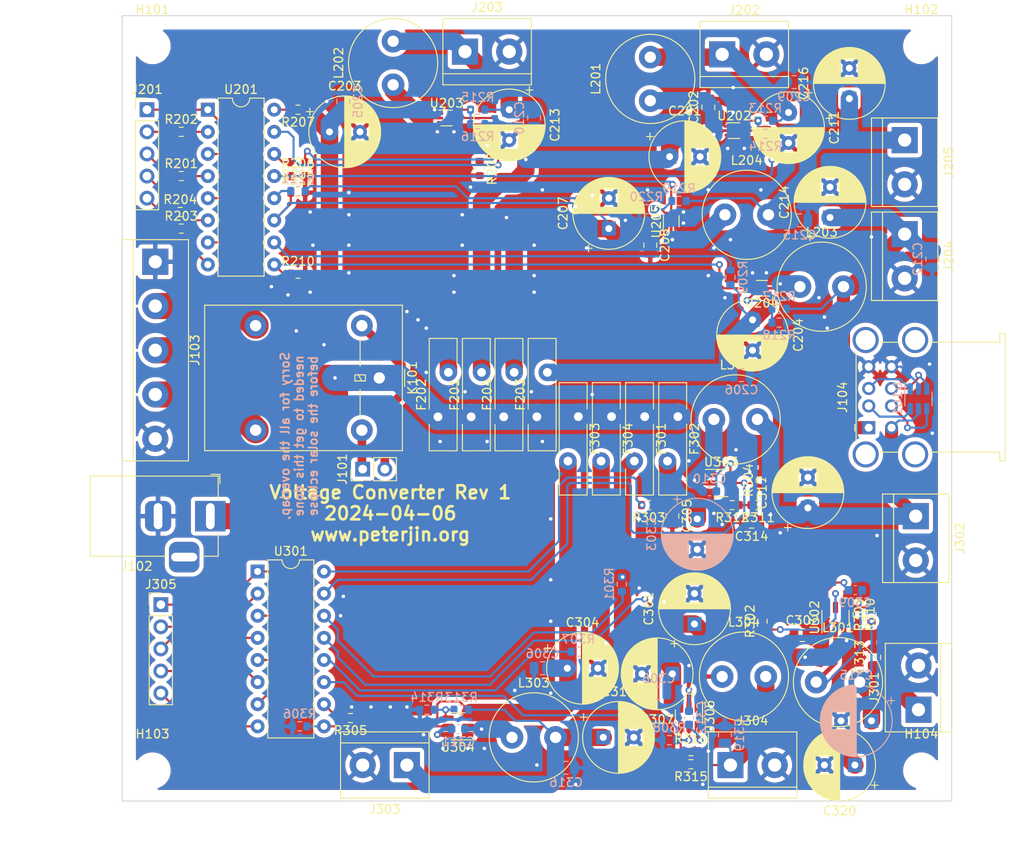
<source format=kicad_pcb>
(kicad_pcb (version 20211014) (generator pcbnew)
  (layers (0 "F.Cu" signal) (31 "B.Cu" signal) (34 "B.Paste" user) (35 "F.Paste" user) (36 "B.SilkS" user "B.Silkscreen") (37 "F.SilkS" user "F.Silkscreen") (38 "B.Mask" user) (39 "F.Mask" user) (44 "Edge.Cuts" user))
  (net 0 "")
  (net 1 "Net-(C201-Pad1)")
  (net 2 "GND")
  (net 3 "Net-(C203-Pad1)")
  (net 4 "Net-(C204-Pad1)")
  (net 5 "Net-(C207-Pad1)")
  (net 6 "Net-(C209-Pad1)")
  (net 7 "VUSB2")
  (net 8 "Net-(C215-Pad1)")
  (net 9 "Net-(C301-Pad1)")
  (net 10 "Net-(C303-Pad1)")
  (net 11 "Net-(C304-Pad1)")
  (net 12 "Net-(C307-Pad1)")
  (net 13 "Net-(C309-Pad1)")
  (net 14 "Net-(C309-Pad2)")
  (net 15 "Net-(C310-Pad1)")
  (net 16 "Net-(C310-Pad2)")
  (net 17 "Net-(C311-Pad1)")
  (net 18 "Net-(C311-Pad2)")
  (net 19 "Net-(C312-Pad1)")
  (net 20 "Net-(C312-Pad2)")
  (net 21 "Net-(C313-Pad1)")
  (net 22 "VUSB1")
  (net 23 "Net-(C316-Pad1)")
  (net 24 "Net-(C319-Pad1)")
  (net 25 "VDC")
  (net 26 "Net-(J101-Pad1)")
  (net 27 "Net-(J101-Pad2)")
  (net 29 "Net-(J103-Pad2)")
  (net 30 "Net-(J103-Pad4)")
  (net 31 "Net-(J201-Pad1)")
  (net 32 "Net-(J201-Pad2)")
  (net 33 "Net-(J201-Pad3)")
  (net 34 "Net-(J201-Pad4)")
  (net 35 "Net-(J201-Pad5)")
  (net 36 "Net-(L201-Pad1)")
  (net 37 "Net-(L202-Pad1)")
  (net 38 "Net-(L203-Pad1)")
  (net 39 "Net-(L204-Pad1)")
  (net 40 "Net-(R201-Pad2)")
  (net 41 "Net-(R202-Pad2)")
  (net 42 "Net-(R203-Pad2)")
  (net 43 "Net-(R204-Pad2)")
  (net 44 "Net-(R205-Pad2)")
  (net 45 "Net-(R206-Pad1)")
  (net 46 "Net-(R207-Pad2)")
  (net 47 "Net-(R208-Pad1)")
  (net 48 "Net-(R209-Pad2)")
  (net 49 "Net-(R210-Pad1)")
  (net 50 "Net-(R211-Pad2)")
  (net 51 "Net-(R212-Pad1)")
  (net 52 "Net-(R213-Pad2)")
  (net 53 "Net-(R215-Pad2)")
  (net 54 "Net-(R217-Pad2)")
  (net 55 "Net-(R219-Pad2)")
  (net 56 "Net-(R301-Pad2)")
  (net 57 "Net-(R302-Pad1)")
  (net 58 "Net-(R303-Pad2)")
  (net 59 "Net-(R304-Pad1)")
  (net 60 "Net-(R305-Pad2)")
  (net 61 "Net-(R306-Pad1)")
  (net 62 "Net-(R307-Pad2)")
  (net 63 "Net-(R308-Pad1)")
  (net 64 "Net-(R309-Pad2)")
  (net 65 "Net-(R311-Pad2)")
  (net 66 "Net-(R313-Pad2)")
  (net 67 "Net-(R315-Pad2)")
  (net 68 "Net-(J305-Pad1)")
  (net 69 "Net-(J305-Pad2)")
  (net 70 "Net-(J305-Pad3)")
  (net 71 "Net-(J305-Pad4)")
  (net 72 "Net-(J305-Pad5)")
  (net 73 "Net-(J104-Pad2)")
  (net 74 "Net-(J104-Pad3)")
  (net 75 "Net-(J104-Pad6)")
  (net 76 "Net-(J104-Pad7)")
  (net 77 "Net-(C210-Pad1)")
  (footprint "Resistor_SMD:R_0603_1608Metric" (layer "F.Cu") (at 70.1675 76.5175)
    (fp_text reference "R204")
    (fp_text value "R")
  )
  (footprint "MountingHole:MountingHole_3.2mm_M3" (layer "F.Cu") (at 66.9925 140.6525)
    (fp_text reference "H103")
    (fp_text value "MountingHole")
  )
  (footprint "Capacitor_SMD:C_0805_2012Metric" (layer "F.Cu") (at 124.1425 80.325 -90)
    (fp_text reference "C208")
    (fp_text value "C")
  )
  (footprint "Package_DIP:DIP-16_W7.62mm" (layer "F.Cu") (at 79.0575 117.7925)
    (fp_text reference "U301")
    (fp_text value "PC847")
  )
  (footprint "Capacitor_THT:CP_Radial_D8.0mm_P3.50mm" (layer "F.Cu") (at 135.89 88.9 -90)
    (fp_text reference "C204")
    (fp_text value "C_Polarized")
  )
  (footprint "Resistor_SMD:R_0603_1608Metric" (layer "F.Cu") (at 128.8075 138.43)
    (fp_text reference "R316")
    (fp_text value "R")
  )
  (footprint "Capacitor_THT:CP_Radial_D8.0mm_P3.50mm" (layer "F.Cu") (at 119.38 78.4225 90)
    (fp_text reference "C207")
    (fp_text value "C_Polarized")
  )
  (footprint "Capacitor_THT:CP_Radial_D8.0mm_P3.50mm" (layer "F.Cu") (at 107.95 64.77 -90)
    (fp_text reference "C213")
    (fp_text value "C_Polarized")
  )
  (footprint "Package_TO_SOT_SMD:SOT-23-6" (layer "F.Cu") (at 102.05 135.57 180)
    (fp_text reference "U304")
    (fp_text value "TPS54302")
  )
  (footprint "Resistor_SMD:R_0603_1608Metric" (layer "F.Cu") (at 104.5525 71.5125 -90)
    (fp_text reference "R208")
    (fp_text value "R")
  )
  (footprint "Resistor_SMD:R_0603_1608Metric" (layer "F.Cu") (at 149.5425 122.745 90)
    (fp_text reference "R309")
    (fp_text value "R")
  )
  (footprint "Inductor_THT:L_Radial_D10.0mm_P5.00mm_Fastron_07M" (layer "F.Cu") (at 131.445 100.33)
    (fp_text reference "L302")
    (fp_text value "L")
  )
  (footprint "Capacitor_SMD:C_0805_2012Metric" (layer "F.Cu") (at 126.6825 111.41 -90)
    (fp_text reference "C305")
    (fp_text value "C")
  )
  (footprint "Fuse:Fuse_Bourns_MF-RG800" (layer "F.Cu") (at 103.575 100.0325 90)
    (fp_text reference "F201")
    (fp_text value "Polyfuse")
  )
  (footprint "Fuse:Fuse_Bourns_MF-RG800" (layer "F.Cu") (at 111.125 100.0325 90)
    (fp_text reference "F203")
    (fp_text value "Polyfuse")
  )
  (footprint "Capacitor_THT:CP_Radial_D8.0mm_P3.50mm" (layer "F.Cu") (at 87.3125 67.31)
    (fp_text reference "C203")
    (fp_text value "C_Polarized")
  )
  (footprint "Resistor_SMD:R_0603_1608Metric" (layer "F.Cu") (at 137.0325 123.5075 90)
    (fp_text reference "R302")
    (fp_text value "R")
  )
  (footprint "TerminalBlock:TerminalBlock_bornier-5_P5.08mm" (layer "F.Cu") (at 67.31 82.2325 -90)
    (fp_text reference "J103")
    (fp_text value "Conn_01x05")
  )
  (footprint "Capacitor_THT:CP_Radial_D8.0mm_P3.50mm" (layer "F.Cu") (at 147.0025 63.5 90)
    (fp_text reference "C216")
    (fp_text value "C_Polarized")
  )
  (footprint "TerminalBlock:TerminalBlock_bornier-2_P5.08mm" (layer "F.Cu") (at 153.3525 68.2625 -90)
    (fp_text reference "J205")
    (fp_text value "Conn_01x02")
  )
  (footprint "Capacitor_SMD:C_0805_2012Metric" (layer "F.Cu") (at 141.6025 125.095)
    (fp_text reference "C302")
    (fp_text value "C")
  )
  (footprint "Inductor_THT:L_Radial_D10.0mm_P5.00mm_Fastron_07M" (layer "F.Cu") (at 132.3975 129.8575)
    (fp_text reference "L304")
    (fp_text value "L")
  )
  (footprint "Capacitor_THT:CP_Radial_D8.0mm_P3.50mm" (layer "F.Cu") (at 126.365 70.1675)
    (fp_text reference "C201")
    (fp_text value "C_Polarized")
  )
  (footprint "Resistor_SMD:R_0603_1608Metric" (layer "F.Cu") (at 147.955 122.745 -90)
    (fp_text reference "R310")
    (fp_text value "R")
  )
  (footprint "Inductor_THT:L_Radial_D10.0mm_P5.00mm_Fastron_07M" (layer "F.Cu") (at 94.615 61.9125 90)
    (fp_text reference "L202")
    (fp_text value "L")
  )
  (footprint "Library:SOT-563_smallpads" (layer "F.Cu") (at 100.7625 65.7225)
    (fp_text reference "U203")
    (fp_text value "TPS564242")
  )
  (footprint "TerminalBlock:TerminalBlock_bornier-2_P5.08mm" (layer "F.Cu") (at 153.3525 79.0575 -90)
    (fp_text reference "J204")
    (fp_text value "Conn_01x02")
  )
  (footprint "Fuse:Fuse_Bourns_MF-RG800" (layer "F.Cu") (at 115.8875 100.0125 -90)
    (fp_text reference "F303")
    (fp_text value "Polyfuse")
  )
  (footprint "Capacitor_THT:CP_Radial_D8.0mm_P3.50mm" (layer "F.Cu") (at 126.6825 129.54 180)
    (fp_text reference "C307")
    (fp_text value "C_Polarized")
  )
  (footprint "Relay_THT:Relay_SPDT_Omron-G5LE-1" (layer "F.Cu") (at 93.0275 95.5675 -90)
    (fp_text reference "K101")
    (fp_text value "G5LE-1")
  )
  (footprint "Resistor_SMD:R_0603_1608Metric" (layer "F.Cu") (at 136.525 110.1725 180)
    (fp_text reference "R311")
    (fp_text value "R")
  )
  (footprint "TerminalBlock:TerminalBlock_bornier-2_P5.08mm" (layer "F.Cu") (at 154.6225 111.4425 -90)
    (fp_text reference "J302")
    (fp_text value "Conn_01x02")
  )
  (footprint "Package_TO_SOT_SMD:SOT-23-6" (layer "F.Cu") (at 145.4125 123.0575 90)
    (fp_text reference "U302")
    (fp_text value "TPS54302")
  )
  (footprint "Resistor_SMD:R_0603_1608Metric" (layer "F.Cu") (at 136.8425 107.315 90)
    (fp_text reference "R304")
    (fp_text value "R")
  )
  (footprint "Library:SOT-563_smallpads" (layer "F.Cu") (at 133.7825 67.175)
    (fp_text reference "U202")
    (fp_text value "TPS564242")
  )
  (footprint "Resistor_SMD:R_0603_1608Metric" (layer "F.Cu") (at 83.6925 74.295)
    (fp_text reference "R212")
    (fp_text value "R")
  )
  (footprint "Resistor_SMD:R_0603_1608Metric" (layer "F.Cu") (at 123.9575 110.1725 180)
    (fp_text reference "R303")
    (fp_text value "R")
  )
  (footprint "MountingHole:MountingHole_3.2mm_M3" (layer "F.Cu") (at 155.2575 140.6525)
    (fp_text reference "H104")
    (fp_text value "MountingHole")
  )
  (footprint "Library:SOT-563_smallpads" (layer "F.Cu") (at 136.9575 85.2725 180)
    (fp_text reference "U204")
    (fp_text value "TPS564242")
  )
  (footprint "Library:SOT-563_smallpads" (layer "F.Cu") (at 126.5475 77.585 90)
    (fp_text reference "U205")
    (fp_text value "TPS564242")
  )
  (footprint "Resistor_SMD:R_0603_1608Metric" (layer "F.Cu") (at 70.295 67.31)
    (fp_text reference "R202")
    (fp_text value "R")
  )
  (footprint "Inductor_THT:L_Radial_D10.0mm_P5.00mm_Fastron_07M" (layer "F.Cu") (at 132.715 76.835)
    (fp_text reference "L204")
    (fp_text value "L")
  )
  (footprint "Connector_PinHeader_2.54mm:PinHeader_1x05_P2.54mm_Vertical" (layer "F.Cu") (at 66.3575 64.77)
    (fp_text reference "J201")
    (fp_text value "Conn_01x05")
  )
  (footprint "Connector_BarrelJack:BarrelJack_Horizontal" (layer "F.Cu") (at 73.6275 111.4425)
    (fp_text reference "J102")
    (fp_text value "Barrel_Jack_Switch")
  )
  (footprint "Inductor_THT:L_Radial_D10.0mm_P5.00mm_Fastron_07M" (layer "F.Cu") (at 141.3275 85.09)
    (fp_text reference "L203")
    (fp_text value "L")
  )
  (footprint "Capacitor_THT:CP_Radial_D8.0mm_P3.50mm" (layer "F.Cu") (at 147.6375 140.0175 180)
    (fp_text reference "C320")
    (fp_text value "C_Polarized")
  )
  (footprint "Connector_PinHeader_2.54mm:PinHeader_1x02_P2.54mm_Vertical" (layer "F.Cu") (at 91.1225 106.045 90)
    (fp_text reference "J101")
    (fp_text value "Conn_01x02")
  )
  (footprint "Fuse:Fuse_Bourns_MF-RG800" (layer "F.Cu") (at 123.5075 100.0125 -90)
    (fp_text reference "F301")
    (fp_text value "Polyfuse")
  )
  (footprint "Inductor_THT:L_Radial_D10.0mm_P5.00mm_Fastron_07M" (layer "F.Cu") (at 124.1425 63.7375 90)
    (fp_text reference "L201")
    (fp_text value "L")
  )
  (footprint "Fuse:Fuse_Bourns_MF-RG800" (layer "F.Cu") (at 127.3175 100.0125 -90)
    (fp_text reference "F302")
    (fp_text value "Polyfuse")
  )
  (footprint "TerminalBlock:TerminalBlock_bornier-2_P5.08mm" (layer "F.Cu") (at 96.2025 140.0175 180)
    (fp_text reference "J303")
    (fp_text value "Conn_01x02")
  )
  (footprint "Fuse:Fuse_Bourns_MF-RG800" (layer "F.Cu") (at 107.315 100.0325 90)
    (fp_text reference "F204")
    (fp_text value "Polyfuse")
  )
  (footprint "Resistor_SMD:R_0603_1608Metric" (layer "F.Cu") (at 70.29 78.4225)
    (fp_text reference "R203")
    (fp_text value "R")
  )
  (footprint "Capacitor_SMD:C_0805_2012Metric" (layer "F.Cu") (at 149.8575 127.635 90)
    (fp_text reference "C313")
    (fp_text value "C")
  )
  (footprint "Resistor_SMD:R_0603_1608Metric" (layer "F.Cu") (at 83.6925 72.39)
    (fp_text reference "R206")
    (fp_text value "R")
  )
  (footprint "Capacitor_THT:CP_Radial_D8.0mm_P3.50mm" (layer "F.Cu") (at 129.2225 123.825 90)
    (fp_text reference "C301")
    (fp_text value "C_Polarized")
  )
  (footprint "Connector_PinHeader_2.54mm:PinHeader_1x05_P2.54mm_Vertical" (layer "F.Cu") (at 67.945 121.6025)
    (fp_text reference "J305")
    (fp_text value "Conn_01x05")
  )
  (footprint "Capacitor_SMD:C_0805_2012Metric" (layer "F.Cu") (at 135.775 112.0775 180)
    (fp_text reference "C314")
    (fp_text value "C")
  )
  (footprint "TerminalBlock:TerminalBlock_bornier-2_P5.08mm" (layer "F.Cu") (at 154.94 133.6675 90)
    (fp_text reference "J301")
    (fp_text value "Conn_01x02")
  )
  (footprint "Fuse:Fuse_Bourns_MF-RG800" (layer "F.Cu") (at 119.6975 100.0125 -90)
    (fp_text reference "F304")
    (fp_text value "Polyfuse")
  )
  (footprint "TerminalBlock:TerminalBlock_bornier-2_P5.08mm" (layer "F.Cu") (at 102.87 58.1025)
    (fp_text reference "J203")
    (fp_text value "Conn_01x02")
  )
  (footprint "MountingHole:MountingHole_3.2mm_M3" (layer "F.Cu") (at 155.2575 57.4675)
    (fp_text reference "H102")
    (fp_text value "MountingHole")
  )
  (footprint "TerminalBlock:TerminalBlock_bornier-2_P5.08mm" (layer "F.Cu") (at 132.3975 58.42)
    (fp_text reference "J202")
    (fp_text value "Conn_01x02")
  )
  (footprint "Package_TO_SOT_SMD:SOT-23-6" (layer "F.Cu") (at 132.265 107.63)
    (fp_text reference "U303")
    (fp_text value "TPS54302")
  )
  (footprint "Connector_USB:USB_A_Wuerth_61400826021_Horizontal_Stacked" (layer "F.Cu") (at 149.225 101.2825 90)
    (fp_text reference "J104")
    (fp_text value "Conn_02x04_Top_Bottom")
  )
  (footprint "Fuse:Fuse_Bourns_MF-RG800" (layer "F.Cu") (at 99.765 100.0325 90)
    (fp_text reference "F202")
    (fp_text value "Polyfuse")
  )
  (footprint "Resistor_SMD:R_0603_1608Metric" (layer "F.Cu") (at 83.6925 70.8025 180)
    (fp_text reference "R205")
    (fp_text value "R")
  )
  (footprint "Capacitor_THT:CP_Radial_D8.0mm_P3.50mm" (layer "F.Cu") (at 114.6175 128.905)
    (fp_text reference "C304")
    (fp_text value "C_Polarized")
  )
  (footprint "Package_TO_SOT_SMD:SOT-23-6" (layer "F.Cu") (at 128.5875 134.4875 -90)
    (fp_text reference "U305")
    (fp_text value "TPS54302")
  )
  (footprint "MountingHole:MountingHole_3.2mm_M3" (layer "F.Cu") (at 66.9925 57.4675)
    (fp_text reference "H101")
    (fp_text value "MountingHole")
  )
  (footprint "Inductor_THT:L_Radial_D10.0mm_P5.00mm_Fastron_07M" (layer "F.Cu") (at 143.1925 130.4925)
    (fp_text reference "L301")
    (fp_text value "L")
  )
  (footprint "Resistor_SMD:R_0603_1608Metric" (layer "F.Cu") (at 83.6925 64.77 180)
    (fp_text reference "R207")
    (fp_text value "R")
  )
  (footprint "TerminalBlock:TerminalBlock_bornier-2_P5.08mm" (layer "F.Cu") (at 133.35 140.0175)
    (fp_text reference "J304")
    (fp_text value "Conn_01x02")
  )
  (footprint "Capacitor_THT:CP_Radial_D8.0mm_P3.50mm" (layer "F.Cu") (at 144.78 77.1525 90)
    (fp_text reference "C214")
    (fp_text value "C_Polarized")
  )
  (footprint "Capacitor_THT:CP_Radial_D8.0mm_P3.50mm" (layer "F.Cu") (at 118.745 136.8425)
    (fp_text reference "C318")
    (fp_text value "C_Polarized")
  )
  (footprint "Inductor_THT:L_Radial_D10.0mm_P5.00mm_Fastron_07M" (layer "F.Cu") (at 108.2675 136.8425)
    (fp_text reference "L303")
    (fp_text value "L")
  )
  (footprint "Capacitor_THT:CP_Radial_D8.0mm_P3.50mm" (layer "F.Cu") (at 140.0175 65.0875 -90)
    (fp_text reference "C211")
    (fp_text value "C_Polarized")
  )
  (footprint "Resistor_SMD:R_0603_1608Metric" (layer "F.Cu") (at 83.6925 83.5975)
    (fp_text reference "R210")
    (fp_text value "R")
  )
  (footprint "Resistor_SMD:R_0603_1608Metric" (layer "F.Cu") (at 70.295 72.39)
    (fp_text reference "R201")
    (fp_text value "R")
  )
  (footprint "Capacitor_SMD:C_0805_2012Metric" (layer "F.Cu") (at 130.81 64.4875 90)
    (fp_text reference "C202")
    (fp_text value "C")
  )
  (footprint "Capacitor_THT:CP_Radial_D8.0mm_P3.50mm" (layer "F.Cu") (at 142.24 110.49 90)
    (fp_text reference "C317")
    (fp_text value "C_Polarized")
  )
  (footprint "Resistor_SMD:R_0603_1608Metric" (layer "F.Cu") (at 89.725 134.62 180)
    (fp_text reference "R305")
    (fp_text value "R")
  )
  (footprint "Resistor_SMD:R_0603_1608Metric" (layer "F.Cu") (at 133.54 110.1725 180)
    (fp_text reference "R312")
    (fp_text value "R")
  )
  (footprint "Resistor_SMD:R_0603_1608Metric" (layer "F.Cu") (at 128.81 139.9225 180)
    (fp_text reference "R315")
    (fp_text value "R")
  )
  (footprint "Package_DIP:DIP-16_W7.62mm" (layer "F.Cu") (at 73.3425 64.77)
    (fp_text reference "U201")
    (fp_text value "PC847")
  )
  (footprint "Capacitor_SMD:C_0805_2012Metric" (layer "B.Cu") (at 140.65 61.595)
    (fp_text reference "C209")
    (fp_text value "C")
  )
  (footprint "Resistor_SMD:R_0603_1608Metric" (layer "B.Cu") (at 123.6975 76.2 180)
    (fp_text reference "R220")
    (fp_text value "R")
  )
  (footprint "Capacitor_THT:CP_Radial_D8.0mm_P3.50mm" (layer "B.Cu") (at 129.54 111.76 -90)
    (fp_text reference "C303")
    (fp_text value "C_Polarized")
  )
  (footprint "Resistor_SMD:R_0603_1608Metric" (layer "B.Cu") (at 137.35 66.04 180)
    (fp_text reference "R213")
    (fp_text value "R")
  )
  (footprint "Capacitor_THT:CP_Radial_D8.0mm_P3.50mm" (layer "B.Cu") (at 149.5425 134.9375 180)
    (fp_text reference "C315")
    (fp_text value "C_Polarized")
  )
  (footprint "Capacitor_SMD:C_0805_2012Metric" (layer "B.Cu") (at 141.285 77.47)
    (fp_text reference "C215")
    (fp_text value "C")
  )
  (footprint "Resistor_SMD:R_0603_1608Metric" (layer "B.Cu") (at 104.33 66.422651)
    (fp_text reference "R216")
    (fp_text value "R")
  )
  (footprint "Resistor_SMD:R_0603_1608Metric" (layer "B.Cu") (at 133.35 84.01 90)
    (fp_text reference "R209")
    (fp_text value "R")
  )
  (footprint "Capacitor_SMD:C_0805_2012Metric" (layer "B.Cu") (at 114.465 140.335)
    (fp_text reference "C316")
    (fp_text value "C")
  )
  (footprint "Capacitor_SMD:C_0805_2012Metric" (layer "B.Cu") (at 111.7575 128.905 180)
    (fp_text reference "C306")
    (fp_text value "C")
  )
  (footprint "Resistor_SMD:R_0603_1608Metric" (layer "B.Cu") (at 137.375 67.5325)
    (fp_text reference "R214")
    (fp_text value "R")
  )
  (footprint "Capacitor_SMD:C_0603_1608Metric" (layer "B.Cu") (at 130.95 108.585 180)
    (fp_text reference "C310")
    (fp_text value ".1uF")
  )
  (footprint "Resistor_SMD:R_0603_1608Metric" (layer "B.Cu") (at 115.8875 127 180)
    (fp_text reference "R307")
    (fp_text value "R")
  )
  (footprint "Capacitor_SMD:C_0805_2012Metric" (layer "B.Cu") (at 88.9 63.82 90)
    (fp_text reference "C205")
    (fp_text value "C")
  )
  (footprint "Resistor_SMD:R_0603_1608Metric" (layer "B.Cu") (at 120.8725 119.2525 -90)
    (fp_text reference "R301")
    (fp_text value "R")
  )
  (footprint "Capacitor_SMD:C_0805_2012Metric" (layer "B.Cu") (at 134.6175 95.25)
    (fp_text reference "C206")
    (fp_text value "C")
  )
  (footprint "Capacitor_SMD:C_0805_2012Metric" (layer "B.Cu") (at 110.8075 65.72 -90)
    (fp_text reference "C210")
    (fp_text value "C")
  )
  (footprint "Resistor_SMD:R_0603_1608Metric" (layer "B.Cu") (at 104.33 64.77 180)
    (fp_text reference "R215")
    (fp_text value "R")
  )
  (footprint "Package_TO_SOT_SMD:SOT-23-6" (layer "B.Cu") (at 154.9375 97.975 -90)
    (fp_text reference "U101")
    (fp_text value "TPS2513")
  )
  (footprint "Resistor_SMD:R_0603_1608Metric" (layer "B.Cu") (at 102.425 133.6675 180)
    (fp_text reference "R313")
    (fp_text value "R")
  )
  (footprint "Capacitor_SMD:C_0805_2012Metric" (layer "B.Cu") (at 125.0925 131.7625 180)
    (fp_text reference "C308")
    (fp_text value "C")
  )
  (footprint "Capacitor_SMD:C_0805_2012Metric" (layer "B.Cu") (at 132.715 136.5225 90)
    (fp_text reference "C319")
    (fp_text value "C")
  )
  (footprint "Resistor_SMD:R_0603_1608Metric" (layer "B.Cu") (at 127.445 75.2475 180)
    (fp_text reference "R219")
    (fp_text value "R")
  )
  (footprint "Resistor_SMD:R_0603_1608Metric" (layer "B.Cu") (at 98.5025 133.6675 180)
    (fp_text reference "R314")
    (fp_text value "R")
  )
  (footprint "Resistor_SMD:R_0603_1608Metric" (layer "B.Cu") (at 138.9375 89.2175)
    (fp_text reference "R218")
    (fp_text value "R")
  )
  (footprint "Resistor_SMD:R_0603_1608Metric" (layer "B.Cu") (at 138.9375 87.63 180)
    (fp_text reference "R217")
    (fp_text value "R")
  )
  (footprint "Capacitor_SMD:C_0603_1608Metric" (layer "B.Cu") (at 128.5875 134.595 90)
    (fp_text reference "C312")
    (fp_text value ".1uF")
  )
  (footprint "Resistor_SMD:R_0603_1608Metric" (layer "B.Cu") (at 126.3425 137.16 180)
    (fp_text reference "R308")
    (fp_text value "R")
  )
  (footprint "Capacitor_SMD:C_0603_1608Metric" (layer "B.Cu") (at 147.6775 119.9325)
    (fp_text reference "C309")
    (fp_text value ".1uF")
  )
  (footprint "Capacitor_SMD:C_0805_2012Metric" (layer "B.Cu") (at 156.5275 81.9125 -90)
    (fp_text reference "C212")
    (fp_text value "C")
  )
  (footprint "Resistor_SMD:R_0603_1608Metric" (layer "B.Cu") (at 83.6925 74.105 180)
    (fp_text reference "R211")
    (fp_text value "R")
  )
  (footprint "Resistor_SMD:R_0603_1608Metric" (layer "B.Cu") (at 83.89 135.5725 180)
    (fp_text reference "R306")
    (fp_text value "R")
  )
  (footprint "Capacitor_SMD:C_0603_1608Metric" (layer "B.Cu") (at 102.095 135.89)
    (fp_text reference "C311")
    (fp_text value ".1uF")
  )
  (gr_line (start 158.75 53.975) (end 63.5 53.975) (layer "Edge.Cuts") (width 0.1))
  (gr_line (start 63.5 144.145) (end 158.75 144.145) (layer "Edge.Cuts") (width 0.1))
  (gr_line (start 158.75 144.145) (end 158.75 53.975) (layer "Edge.Cuts") (width 0.1))
  (gr_line (start 63.5 53.975) (end 63.5 144.145) (layer "Edge.Cuts") (width 0.1))
  (gr_text "Sorry for all the overlap,\nneeded to get this done\nbefore the solar eclipse" (at 83.82 102.235 90) (layer "B.SilkS") (effects (font (size 1 1) (thickness 0.2)) (justify mirror)))
  (gr_text "Voltage Converter Rev 1\n2024-04-06\nwww.peterjin.org" (at 94.2975 111.125) (layer "F.SilkS") (effects (font (size 1.5 1.5) (thickness 0.3))))
  (segment (start 132.3975 66.3575) (end 132.3975 66.04) (width 0.5) (layer "F.Cu") (net 1))
  (segment (start 84.5175 70.8025) (end 84.5175 69.7875) (width 0.25) (layer "F.Cu") (net 1))
  (segment (start 133.0325 66.675) (end 132.715 66.675) (width 0.3) (layer "F.Cu") (net 1))
  (segment (start 104.775 75.2475) (end 106.3625 73.66) (width 2) (layer "F.Cu") (net 1))
  (segment (start 129.825 65.4375) (end 126.365 68.8975) (width 2) (layer "F.Cu") (net 1))
  (segment (start 106.3625 73.66) (end 106.9975 73.025) (width 2) (layer "F.Cu") (net 1))
  (segment (start 108.585 73.025) (end 109.855 71.755) (width 2) (layer "F.Cu") (net 1))
  (segment (start 84.5175 69.7875) (end 84.7725 69.5325) (width 0.25) (layer "F.Cu") (net 1))
  (segment (start 132.3975 66.04) (end 132.08 65.7225) (width 0.5) (layer "F.Cu") (net 1))
  (segment (start 132.08 65.7225) (end 131.095 65.7225) (width 2) (layer "F.Cu") (net 1))
  (segment (start 106.9975 73.025) (end 108.585 73.025) (width 2) (layer "F.Cu") (net 1))
  (segment (start 132.715 66.675) (end 132.3975 66.3575) (width 0.3) (layer "F.Cu") (net 1))
  (segment (start 131.095 65.7225) (end 130.81 65.4375) (width 2) (layer "F.Cu") (net 1))
  (segment (start 130.81 65.4375) (end 129.825 65.4375) (width 2) (layer "F.Cu") (net 1))
  (segment (start 126.365 68.8975) (end 126.365 70.1675) (width 2) (layer "F.Cu") (net 1))
  (segment (start 104.775 94.9325) (end 104.775 75.2475) (width 2) (layer "F.Cu") (net 1))
  (segment (start 109.855 71.755) (end 109.855 70.485) (width 2) (layer "F.Cu") (net 1))
  (segment (start 131.16 65.4375) (end 130.81 65.4375) (width 1) (layer "F.Cu") (net 1))
  (via (at 109.855 70.485) (size 0.8) (drill 0.4) (layers "F.Cu" "B.Cu") (net 1))
  (via (at 84.7725 69.5325) (size 0.8) (drill 0.4) (layers "F.Cu" "B.Cu") (net 1))
  (segment (start 126.0475 70.485) (end 126.365 70.1675) (width 2) (layer "B.Cu") (net 1))
  (segment (start 106.045 70.485) (end 106.3625 70.1675) (width 0.25) (layer "B.Cu") (net 1))
  (segment (start 109.5375 70.1675) (end 109.855 70.485) (width 0.25) (layer "B.Cu") (net 1))
  (segment (start 106.3625 70.1675) (end 109.5375 70.1675) (width 0.25) (layer "B.Cu") (net 1))
  (segment (start 109.855 70.485) (end 126.0475 70.485) (width 2) (layer "B.Cu") (net 1))
  (segment (start 85.725 70.485) (end 106.045 70.485) (width 0.25) (layer "B.Cu") (net 1))
  (segment (start 84.7725 69.5325) (end 85.725 70.485) (width 0.25) (layer "B.Cu") (net 1))
  (segment (start 127.0475 76.835) (end 127.0475 78.335) (width 0.3) (layer "F.Cu") (net 2))
  (segment (start 133.0325 68.2625) (end 134.62 68.2625) (width 0.3) (layer "F.Cu") (net 2))
  (segment (start 134.62 68.2625) (end 134.5325 68.175) (width 0.3) (layer "F.Cu") (net 2))
  (segment (start 134.5325 68.175) (end 134.5325 67.675) (width 0.3) (layer "F.Cu") (net 2))
  (segment (start 100.0125 66.2225) (end 101.5125 66.2225) (width 0.3) (layer "F.Cu") (net 2))
  (segment (start 137.7075 84.7725) (end 136.2075 84.7725) (width 0.3) (layer "F.Cu") (net 2))
  (segment (start 133.0325 67.675) (end 133.0325 68.2625) (width 0.3) (layer "F.Cu") (net 2))
  (via (at 89.535 83.5025) (size 0.8) (drill 0.4) (layers "F.Cu" "B.Cu") (net 2))
  (via (at 101.6 83.82) (size 0.8) (drill 0.4) (layers "F.Cu" "B.Cu") (net 2))
  (via (at 125.73 121.285) (size 0.8) (drill 0.4) (layers "F.Cu" "B.Cu") (net 2))
  (via (at 150.1775 113.665) (size 0.8) (drill 0.4) (layers "F.Cu" "B.Cu") (net 2))
  (via (at 94.2975 133.35) (size 0.8) (drill 0.4) (layers "F.Cu" "B.Cu") (net 2))
  (via (at 111.125 140.0175) (size 0.8) (drill 0.4) (layers "F.Cu" "B.Cu") (net 2))
  (via (at 112.7125 123.5075) (size 0.8) (drill 0.4) (layers "F.Cu" "B.Cu") (net 2))
  (via (at 130.81 138.43) (size 0.8) (drill 0.4) (layers "F.Cu" "B.Cu") (net 2))
  (via (at 85.4075 80.3275) (size 0.8) (drill 0.4) (layers "F.Cu" "B.Cu") (net 2))
  (via (at 85.09 85.725) (size 0.8) (drill 0.4) (layers "F.Cu" "B.Cu") (net 2))
  (via (at 89.535 74.295) (size 0.8) (drill 0.4) (layers "F.Cu" "B.Cu") (net 2))
  (via (at 92.075 133.35) (size 0.8) (drill 0.4) (layers "F.Cu" "B.Cu") (net 2))
  (via (at 96.2025 133.35) (size 0.8) (drill 0.4) (layers "F.Cu" "B.Cu") (net 2))
  (via (at 115.57 142.24) (size 0.8) (drill 0.4) (layers "F.Cu" "B.Cu") (net 2))
  (via (at 156.21 93.98) (size 0.8) (drill 0.4) (layers "F.Cu" "B.Cu") (net 2))
  (via (at 133.0325 69.215) (size 0.8) (drill 0.4) (layers "F.Cu" "B.Cu") (net 2))
  (via (at 123.825 73.9775) (size 0.8) (drill 0.4) (layers "F.Cu" "B.Cu") (net 2))
  (via (at 82.55 86.0425) (size 0.8) (drill 0.4) (layers "F.Cu" "B.Cu") (net 2))
  (via (at 127.9525 76.5175) (size 0.8) (drill 0.4) (layers "F.Cu" "B.Cu") (net 2))
  (via (at 130.175 142.24) (size 0.8) (drill 0.4) (layers "F.Cu" "B.Cu") (net 2))
  (via (at 132.715 86.36) (size 0.8) (drill 0.4) (layers "F.Cu" "B.Cu") (net 2))
  (via (at 101.6 67.31) (size 0.8) (drill 0.4) (layers "F.Cu" "B.Cu") (net 2))
  (via (at 100.0125 102.87) (size 0.8) (drill 0.4) (layers "F.Cu" "B.Cu") (net 2))
  (via (at 135.5725 106.3625) (size 0.8) (drill 0.4) (layers "F.Cu" "B.Cu") (net 2))
  (via (at 110.8075 83.82) (size 0.8) (drill 0.4) (layers "F.Cu" "B.Cu") (net 2))
  (via (at 122.8725 111.76) (size 0.8) (drill 0.4) (layers "F.Cu" "B.Cu") (net 2))
  (via (at 85.09 76.5175) (size 0.8) (drill 0.4) (layers "F.Cu" "B.Cu") (net 2))
  (via (at 108.585 131.445) (size 0.8) (drill 0.4) (layers "F.Cu" "B.Cu") (net 2))
  (via (at 144.145 88.5825) (size 0.8) (drill 0.4) (layers "F.Cu" "B.Cu") (net 2))
  (via (at 96.2025 87.9475) (size 0.8) (drill 0.4) (layers "F.Cu" "B.Cu") (net 2))
  (via (at 100.33 138.1125) (size 0.8) (drill 0.4) (layers "F.Cu" "B.Cu") (net 2))
  (via (at 105.0925 138.1125) (size 0.8) (drill 0.4) (layers "F.Cu" "B.Cu") (net 2))
  (via (at 131.445 111.125) (size 0.8) (drill 0.4) (layers "F.Cu" "B.Cu") (net 2))
  (via (at 139.065 113.3475) (size 0.8) (drill 0.4) (layers "F.Cu" "B.Cu") (net 2))
  (via (at 116.84 80.645) (size 0.8) (drill 0.4) (layers "F.Cu" "B.Cu") (net 2))
  (via (at 130.81 83.82) (size 0.8) (drill 0.4) (layers "F.Cu" "B.Cu") (net 2))
  (via (at 105.41 102.87) (size 0.8) (drill 0.4) (layers "F.Cu" "B.Cu") (net 2))
  (via (at 133.35 79.6925) (size 0.8) (drill 0.4) (layers "F.Cu" "B.Cu") (net 2))
  (via (at 111.76 102.87) (size 0.8) (drill 0.4) (layers "F.Cu" "B.Cu") (net 2))
  (via (at 134.9375 69.215) (size 0.8) (drill 0.4) (layers "F.Cu" "B.Cu") (net 2))
  (via (at 113.665 76.2) (size 0.8) (drill 0.4) (layers "F.Cu" "B.Cu") (net 2))
  (via (at 110.8075 80.3275) (size 0.8) (drill 0.4) (layers "F.Cu" "B.Cu") (net 2))
  (via (at 89.535 80.3275) (size 0.8) (drill 0.4) (layers "F.Cu" "B.Cu") (net 2))
  (via (at 98.425 89.8525) (size 0.8) (drill 0.4) (layers "F.Cu" "B.Cu") (net 2))
  (via (at 89.535 76.835) (size 0.8) (drill 0.4) (layers "F.Cu" "B.Cu") (net 2))
  (via (at 101.6 85.725) (size 0.8) (drill 0.4) (layers "F.Cu" "B.Cu") (net 2))
  (via (at 86.6775 91.7575) (size 0.8) (drill 0.4) (layers "F.Cu" "B.Cu") (net 2))
  (via (at 103.505 73.66) (size 0.8) (drill 0.4) (layers "F.Cu" "B.Cu") (net 2))
  (via (at 105.41 68.8975) (size 0.8) (drill 0.4) (layers "F.Cu" "B.Cu") (net 2))
  (via (at 122.8725 119.6975) (size 0.8) (drill 0.4) (layers "F.Cu" "B.Cu") (net 2))
  (via (at 133.6675 65.0875) (size 0.8) (drill 0.4) (layers "F.Cu" "B.Cu") (net 2))
  (via (at 80.645 85.09) (size 0.8) (drill 0.4) (layers "F.Cu" "B.Cu") (net 2))
  (via (at 86.995 63.8175) (size 0.8) (drill 0.4) (layers "F.Cu" "B.Cu") (net 2))
  (via (at 121.285 77.47) (size 0.8) (drill 0.4) (layers "F.Cu" "B.Cu") (net 2))
  (via (at 149.5425 79.375) (size 0.8) (drill 0.4) (layers "F.Cu" "B.Cu") (net 2))
  (via (at 110.8075 85.725) (size 0.8) (drill 0.4) (layers "F.Cu" "B.Cu") (net 2))
  (via (at 128.5875 105.0925) (size 0.8) (drill 0.4) (layers "F.Cu" "B.Cu") (net 2))
  (via (at 133.6675 62.23) (size 0.8) (drill 0.4) (layers "F.Cu" "B.Cu") (net 2))
  (via (at 156.5275 101.9175) (size 0.8) (drill 0.4) (layers "F.Cu" "B.Cu") (net 2))
  (via (at 127.9525 77.7875) (size 0.8) (drill 0.4) (layers "F.Cu" "B.Cu") (net 2))
  (via (at 130.81 73.9775) (size 0.8) (drill 0.4) (layers "F.Cu" "B.Cu") (net 2))
  (via (at 110.49 97.155) (size 0.8) (drill 0.4) (layers "F.Cu" "B.Cu") (net 2))
  (via (at 103.1875 138.1125) (size 0.8) (drill 0.4) (layers "F.Cu" "B.Cu") (net 2))
  (via (at 144.4625 89.8525) (size 0.8) (drill 0.4) (layers "F.Cu" "B.Cu") (net 2))
  (via (at 107.6325 77.1525) (size 0.8) (drill 0.4) (layers "F.Cu" "B.Cu") (net 2))
  (via (at 143.51 86.36) (size 0.8) (drill 0.4) (layers "F.Cu" "B.Cu") (net 2))
  (via (at 88.5825 122.8725) (size 0.8) (drill 0.4) (layers "F.Cu" "B.Cu") (net 2))
  (via (at 131.1275 135.89) (size 0.8) (drill 0.4) (layers "F.Cu" "B.Cu") (net 2))
  (via (at 89.8525 133.35) (size 0.8) (drill 0.4) (layers "F.Cu" "B.Cu") (net 2))
  (via (at 137.4775 83.5025) (size 0.8) (drill 0.4) (layers "F.Cu" "B.Cu") (net 2))
  (via (at 102.87 97.155) (size 0.8) (drill 0.4) (layers "F.Cu" "B.Cu") (net 2))
  (via (at 112.7125 111.76) (size 0.8) (drill 0.4) (layers "F.Cu" "B.Cu") (net 2))
  (via (at 99.695 67.31) (size 0.8) (drill 0.4) (layers "F.Cu" "B.Cu") (net 2))
  (via (at 136.8425 73.9775) (size 0.8) (drill 0.4) (layers "F.Cu" "B.Cu") (net 2))
  (via (at 128.5875 128.5875) (size 0.8) (drill 0.4) (layers "F.Cu" "B.Cu") (net 2))
  (via (at 135.89 83.5025) (size 0.8) (drill 0.4) (layers "F.Cu" "B.Cu") (net 2))
  (via (at 131.1275 133.35) (size 0.8) (drill 0.4) (layers "F.Cu" "B.Cu") (net 2))
  (via (at 88.9 120.65) (size 0.8) (drill 0.4) (layers "F.Cu" "B.Cu") (net 2))
  (via (at 102.5525 76.835) (size 0.8) (drill 0.4) (layers "F.Cu" "B.Cu") (net 2))
  (via (at 133.985 103.8225) (size 0.8) (drill 0.4) (layers "F.Cu" "B.Cu") (net 2))
  (via (at 98.1075 136.525) (size 0.8) (drill 0.4) (layers "F.Cu" "B.Cu") (net 2))
  (via (at 112.7125 118.745) (size 0.8) (drill 0.4) (layers "F.Cu" "B.Cu") (net 2))
  (via (at 102.5525 80.3275) (size 0.8) (drill 0.4) (layers "F.Cu" "B.Cu") (net 2))
  (via (at 97.4725 88.9) (size 0.8) (drill 0.4) (layers "F.Cu" "B.Cu") (net 2))
  (via (at 111.76 73.9775) (size 0.8) (drill 0.4) (layers "F.Cu" "B.Cu") (net 2))
  (via (at 117.475 97.4725) (size 0.8) (drill 0.4) (layers "F.Cu" "B.Cu") (net 2))
  (via (at 131.445 80.645) (size 0.8) (drill 0.4) (layers "F.Cu" "B.Cu") (net 2))
  (via (at 83.5025 90.17) (size 0.8) (drill 0.4) (layers "F.Cu" "B.Cu") (net 2))
  (via (at 98.425 94.9325) (size 0.8) (drill 0.4) (layers "F.Cu" "B.Cu") (net 2))
  (via (at 112.7125 131.7625) (size 0.8) (drill 0.4) (layers "F.Cu" "B.Cu") (net 2))
  (via (at 132.3975 112.395) (size 0.8) (drill 0.4) (layers "F.Cu" "B.Cu") (net 2))
  (segment (start 152.947195 94.2825) (end 151.845 94.2825) (width 0.25) (layer "B.Cu") (net 2))
  (segment (start 154.9375 96.272805) (end 152.947195 94.2825) (width 0.25) (layer "B.Cu") (net 2))
  (segment (start 154.9375 96.8375) (end 154.9375 96.272805) (width 0.25) (layer "B.Cu") (net 2))
  (segment (start 87.3125 85.4075) (end 87.3125 67.31) (width 2) (layer "F.Cu") (net 3))
  (segment (start 100.0125 65.2225) (end 99.83 65.2225) (width 0.3) (layer "F.Cu") (net 3))
  (segment (start 84.7725 64.77) (end 87.3125 67.31) (width 2) (layer "F.Cu") (net 3))
  (segment (start 100.965 88.5825) (end 97.79 85.4075) (width 2) (layer "F.Cu") (net 3))
  (segment (start 84.5175 64.77) (end 84.7725 64.77) (width 2) (layer "F.Cu") (net 3))
  (segment (start 97.79 85.4075) (end 87.3125 85.4075) (width 2) (layer "F.Cu") (net 3))
  (segment (start 100.965 94.9325) (end 100.965 88.5825) (width 2) (layer "F.Cu") (net 3))
  (segment (start 99.83 65.2225) (end 99.3775 64.77) (width 0.3) (layer "F.Cu") (net 3))
  (via (at 99.3775 64.77) (size 0.8) (drill 0.4) (layers "F.Cu" "B.Cu") (net 3))
  (segment (start 87.3125 66.3575) (end 88.9 64.77) (width 2) (layer "B.Cu") (net 3))
  (segment (start 87.3125 67.31) (end 87.3125 66.3575) (width 2) (layer "B.Cu") (net 3))
  (segment (start 88.9 64.77) (end 99.3775 64.77) (width 2) (layer "B.Cu") (net 3))
  (segment (start 137.4775 87.3125) (end 135.89 88.9) (width 2) (layer "F.Cu") (net 4))
  (segment (start 137.4775 86.995) (end 137.4775 87.3125) (width 2) (layer "F.Cu") (net 4))
  (segment (start 137.4775 86.36) (end 137.4775 86.995) (width 1) (layer "F.Cu") (net 4))
  (segment (start 137.7075 85.7725) (end 137.7075 86.13) (width 0.3) (layer "F.Cu") (net 4))
  (segment (start 137.7075 86.13) (end 137.4775 86.36) (width 0.3) (layer "F.Cu") (net 4))
  (segment (start 132.715 94.9325) (end 112.325 94.9325) (width 2) (layer "B.Cu") (net 4))
  (segment (start 133.0325 94.615) (end 132.715 94.9325) (width 2) (layer "B.Cu") (net 4))
  (segment (start 133.35 84.835) (end 134.3025 85.7875) (width 0.25) (layer "B.Cu") (net 4))
  (segment (start 133.0325 91.7575) (end 133.0325 94.615) (width 2) (layer "B.Cu") (net 4))
  (segment (start 133.6675 95.25) (end 133.0325 94.615) (width 0.25) (layer "B.Cu") (net 4))
  (segment (start 134.3025 87.3125) (end 135.89 88.9) (width 0.25) (layer "B.Cu") (net 4))
  (segment (start 135.89 88.9) (end 133.0325 91.7575) (width 2) (layer "B.Cu") (net 4))
  (segment (start 134.3025 85.7875) (end 134.3025 87.3125) (width 0.25) (layer "B.Cu") (net 4))
  (segment (start 120.3325 79.375) (end 119.38 78.4225) (width 2) (layer "F.Cu") (net 5))
  (segment (start 125.4125 78.4225) (end 125.095 78.4225) (width 1) (layer "F.Cu") (net 5))
  (segment (start 125.5 78.335) (end 125.4125 78.4225) (width 0.3) (layer "F.Cu") (net 5))
  (segment (start 109.5375 78.4225) (end 119.38 78.4225) (width 2) (layer "F.Cu") (net 5))
  (segment (start 126.0475 78.335) (end 125.5 78.335) (width 0.3) (layer "F.Cu") (net 5))
  (segment (start 124.1425 79.375) (end 125.095 78.4225) (width 2) (layer "F.Cu") (net 5))
  (segment (start 124.1425 79.375) (end 120.3325 79.375) (width 2) (layer "F.Cu") (net 5))
  (segment (start 108.515 79.445) (end 109.5375 78.4225) (width 2) (layer "F.Cu") (net 5))
  (segment (start 108.515 94.9325) (end 108.515 79.445) (width 2) (layer "F.Cu") (net 5))
  (segment (start 103.1875 74.93) (end 116.5225 74.93) (width 0.25) (layer "B.Cu") (net 5))
  (segment (start 119.38 77.7875) (end 119.38 78.4225) (width 0.25) (layer "B.Cu") (net 5))
  (segment (start 116.5225 74.93) (end 119.38 77.7875) (width 0.25) (layer "B.Cu") (net 5))
  (segment (start 101.8275 73.57) (end 103.1875 74.93) (width 0.25) (layer "B.Cu") (net 5))
  (segment (start 84.5175 74.105) (end 85.0525 73.57) (width 0.25) (layer "B.Cu") (net 5))
  (segment (start 85.0525 73.57) (end 101.8275 73.57) (width 0.25) (layer "B.Cu") (net 5))
  (segment (start 132.08 58.7375) (end 132.3975 58.42) (width 2) (layer "F.Cu") (net 6))
  (segment (start 124.1425 58.7375) (end 132.08 58.7375) (width 2) (layer "F.Cu") (net 6))
  (segment (start 138.1125 63.1825) (end 140.0175 65.0875) (width 2) (layer "B.Cu") (net 6))
  (segment (start 139.7 61.595) (end 138.1125 63.1825) (width 1.5) (layer "B.Cu") (net 6))
  (segment (start 139.065 66.04) (end 140.0175 65.0875) (width 0.25) (layer "B.Cu") (net 6))
  (segment (start 132.3975 58.42) (end 133.35 58.42) (width 2) (layer "B.Cu") (net 6))
  (segment (start 133.35 58.42) (end 138.1125 63.1825) (width 2) (layer "B.Cu") (net 6))
  (segment (start 138.175 66.04) (end 139.065 66.04) (width 0.25) (layer "B.Cu") (net 6))
  (segment (start 146.3275 99.9725) (end 146.3275 85.09) (width 1.5) (layer "F.Cu") (net 7))
  (segment (start 147.32 85.09) (end 153.3525 79.0575) (width 2) (layer "F.Cu") (net 7))
  (segment (start 146.3275 85.09) (end 147.32 85.09) (width 2) (layer "F.Cu") (net 7))
  (segment (start 149.225 101.2825) (end 147.6375 101.2825) (width 1.5) (layer "F.Cu") (net 7))
  (segment (start 147.6375 101.2825) (end 146.3275 99.9725) (width 1.5) (layer "F.Cu") (net 7))
  (segment (start 155.2575 80.9625) (end 153.3525 79.0575) (width 2) (layer "B.Cu") (net 7))
  (segment (start 143.7875 87.63) (end 146.3275 85.09) (width 0.25) (layer "B.Cu") (net 7))
  (segment (start 156.5275 80.9625) (end 155.2575 80.9625) (width 2) (layer "B.Cu") (net 7))
  (segment (start 139.7625 87.63) (end 143.7875 87.63) (width 0.25) (layer "B.Cu") (net 7))
  (segment (start 144.78 77.1525) (end 151.4475 77.1525) (width 2) (layer "B.Cu") (net 7))
  (segment (start 151.4475 77.1525) (end 153.3525 79.0575) (width 2) (layer "B.Cu") (net 7))
  (segment (start 143.51 68.2625) (end 147.32 68.2625) (width 2) (layer "B.Cu") (net 8))
  (segment (start 130.81 74.93) (end 135.81 74.93) (width 0.25) (layer "B.Cu") (net 8))
  (segment (start 142.24 69.5325) (end 143.51 68.2625) (width 2) (layer "B.Cu") (net 8))
  (segment (start 142.24 72.31) (end 142.24 69.5325) (width 2) (layer "B.Cu") (net 8))
  (segment (start 140.335 77.47) (end 138.35 77.47) (width 2) (layer "B.Cu") (net 8))
  (segment (start 138.35 77.47) (end 137.715 76.835) (width 2) (layer "B.Cu") (net 8))
  (segment (start 135.81 74.93) (end 137.715 76.835) (width 0.25) (layer "B.Cu") (net 8))
  (segment (start 137.715 76.835) (end 142.24 72.31) (width 2) (layer "B.Cu") (net 8))
  (segment (start 147.32 68.2625) (end 153.3525 68.2625) (width 2) (layer "B.Cu") (net 8))
  (segment (start 147.0025 63.5) (end 147.0025 67.945) (width 2) (layer "B.Cu") (net 8))
  (segment (start 128.27 75.2475) (end 130.4925 75.2475) (width 0.25) (layer "B.Cu") (net 8))
  (segment (start 130.4925 75.2475) (end 130.81 74.93) (width 0.25) (layer "B.Cu") (net 8))
  (segment (start 147.0025 67.945) (end 147.32 68.2625) (width 2) (layer "B.Cu") (net 8))
  (segment (start 129.2225 123.825) (end 131.7625 126.365) (width 2) (layer "F.Cu") (net 9))
  (segment (start 139.7 127.635) (end 138.43 126.365) (width 2) (layer "F.Cu") (net 9))
  (segment (start 125.73 123.825) (end 129.2225 123.825) (width 2) (layer "F.Cu") (net 9))
  (segment (start 131.7625 126.365) (end 138.43 126.365) (width 2) (layer "F.Cu") (net 9))
  (segment (start 125.4125 124.1425) (end 125.73 123.825) (width 2) (layer "F.Cu") (net 9))
  (segment (start 140.6525 125.095) (end 139.7 126.0475) (width 1) (layer "F.Cu") (net 9))
  (segment (start 141.9225 127.635) (end 139.7 127.635) (width 2) (layer "F.Cu") (net 9))
  (segment (start 125.4125 124.1425) (end 120.9675 124.1425) (width 2) (layer "F.Cu") (net 9))
  (segment (start 139.7 126.0475) (end 139.7 127.635) (width 1) (layer "F.Cu") (net 9))
  (segment (start 146.3625 124.195) (end 146.3625 125.4075) (width 0.5) (layer "F.Cu") (net 9))
  (segment (start 146.3625 125.4075) (end 146.685 125.73) (width 0.5) (layer "F.Cu") (net 9))
  (segment (start 120.9675 106.4525) (end 122.3075 105.1125) (width 2) (layer "F.Cu") (net 9))
  (segment (start 120.9675 118.4275) (end 120.9675 106.4525) (width 2) (layer "F.Cu") (net 9))
  (segment (start 120.9675 124.1425) (end 120.9675 118.4275) (width 2) (layer "F.Cu") (net 9))
  (via (at 141.9225 127.635) (size 0.8) (drill 0.4) (layers "F.Cu" "B.Cu") (net 9))
  (via (at 146.685 125.73) (size 0.8) (drill 0.4) (layers "F.Cu" "B.Cu") (net 9))
  (via (at 120.9675 118.4275) (size 0.8) (drill 0.4) (layers "F.Cu" "B.Cu") (net 9))
  (segment (start 146.685 125.73) (end 144.78 127.635) (width 2) (layer "B.Cu") (net 9))
  (segment (start 144.78 127.635) (end 141.9225 127.635) (width 2) (layer "B.Cu") (net 9))
  (segment (start 126.6825 110.46) (end 127.03 110.46) (width 1) (layer "F.Cu") (net 10))
  (segment (start 131.1275 108.585) (end 130.4925 109.22) (width 0.5) (layer "F.Cu") (net 10))
  (segment (start 128.27 109.22) (end 126.1175 107.0675) (width 2) (layer "F.Cu") (net 10))
  (segment (start 129.54 109.5375) (end 129.2225 109.22) (width 2) (layer "F.Cu") (net 10))
  (segment (start 126.1175 105.1125) (end 126.1175 107.0675) (width 2) (layer "F.Cu") (net 10))
  (segment (start 129.2225 109.22) (end 130.4925 109.22) (width 2) (layer "F.Cu") (net 10))
  (segment (start 126.1175 108.8375) (end 124.7825 110.1725) (width 0.25) (layer "F.Cu") (net 10))
  (segment (start 128.27 109.22) (end 129.2225 109.22) (width 2) (layer "F.Cu") (net 10))
  (segment (start 131.1275 108.58) (end 131.1275 108.585) (width 0.5) (layer "F.Cu") (net 10))
  (segment (start 129.54 111.76) (end 129.54 109.5375) (width 2) (layer "F.Cu") (net 10))
  (segment (start 127.03 110.46) (end 128.27 109.22) (width 1) (layer "F.Cu") (net 10))
  (segment (start 126.1175 107.0675) (end 126.1175 108.8375) (width 0.25) (layer "F.Cu") (net 10))
  (segment (start 99.3775 134.9375) (end 99.695 134.62) (width 0.25) (layer "F.Cu") (net 11))
  (segment (start 114.6175 128.905) (end 114.6875 128.835) (width 0.25) (layer "F.Cu") (net 11))
  (segment (start 99.695 134.62) (end 99.695 133.0325) (width 0.25) (layer "F.Cu") (net 11))
  (segment (start 100.0125 132.715) (end 102.235 132.715) (width 0.25) (layer "F.Cu") (net 11))
  (segment (start 113.665 133.985) (end 103.505 133.985) (width 2) (layer "F.Cu") (net 11))
  (segment (start 113.9825 133.6675) (end 113.665 133.985) (width 2) (layer "F.Cu") (net 11))
  (segment (start 114.6875 132.9625) (end 113.9825 133.6675) (width 2) (layer "F.Cu") (net 11))
  (segment (start 102.235 132.715) (end 103.505 133.985) (width 0.25) (layer "F.Cu") (net 11))
  (segment (start 114.6875 128.6575) (end 114.6875 132.9625) (width 2) (layer "F.Cu") (net 11))
  (segment (start 103.1875 134.3025) (end 103.1875 134.62) (width 0.25) (layer "F.Cu") (net 11))
  (segment (start 114.6875 128.835) (end 114.6875 128.6575) (width 0.25) (layer "F.Cu") (net 11))
  (segment (start 103.505 133.985) (end 103.1875 134.3025) (width 0.25) (layer "F.Cu") (net 11))
  (segment (start 114.6875 105.1125) (end 114.6875 128.6575) (width 2) (layer "F.Cu") (net 11))
  (segment (start 90.55 134.62) (end 90.8675 134.9375) (width 0.25) (layer "F.Cu") (net 11))
  (segment (start 90.8675 134.9375) (end 99.3775 134.9375) (width 0.25) (layer "F.Cu") (net 11))
  (segment (start 99.695 133.0325) (end 100.0125 132.715) (width 0.25) (layer "F.Cu") (net 11))
  (segment (start 112.7075 128.905) (end 114.6175 128.905) (width 2) (layer "B.Cu") (net 11))
  (segment (start 118.4975 105.1125) (end 118.4975 125.4825) (width 2) (layer "F.Cu") (net 12))
  (segment (start 119.6975 126.6825) (end 124.46 126.6825) (width 2) (layer "F.Cu") (net 12))
  (segment (start 118.4975 125.4825) (end 119.0625 126.0475) (width 2) (layer "F.Cu") (net 12))
  (segment (start 119.0625 126.0475) (end 119.6975 126.6825) (width 2) (layer "F.Cu") (net 12))
  (segment (start 127.6375 133.35) (end 127 133.35) (width 0.5) (layer "F.Cu") (net 12))
  (segment (start 126.6825 133.0325) (end 126.6825 129.54) (width 2) (layer "F.Cu") (net 12))
  (segment (start 124.46 126.6825) (end 126.6825 128.905) (width 2) (layer "F.Cu") (net 12))
  (segment (start 126.6825 128.905) (end 126.6825 129.54) (width 2) (layer "F.Cu") (net 12))
  (segment (start 127 133.35) (end 126.6825 133.0325) (width 0.5) (layer "F.Cu") (net 12))
  (via (at 119.0625 126.0475) (size 0.8) (drill 0.4) (layers "F.Cu" "B.Cu") (net 12))
  (segment (start 126.0425 130.18) (end 126.6825 129.54) (width 1) (layer "B.Cu") (net 12))
  (segment (start 126.0425 131.7625) (end 126.0425 130.18) (width 1) (layer "B.Cu") (net 12))
  (segment (start 116.7125 127) (end 118.11 127) (width 0.25) (layer "B.Cu") (net 12))
  (segment (start 118.11 127) (end 119.0625 126.0475) (width 0.25) (layer "B.Cu") (net 12))
  (segment (start 145.415 119.0625) (end 146.3675 119.0625) (width 0.25) (layer "F.Cu") (net 13))
  (segment (start 144.4625 120.015) (end 145.0975 119.38) (width 0.25) (layer "F.Cu") (net 13))
  (segment (start 145.0975 119.38) (end 145.415 119.0625) (width 0.25) (layer "F.Cu") (net 13))
  (segment (start 144.4625 121.92) (end 144.4625 120.015) (width 0.25) (layer "F.Cu") (net 13))
  (via (at 146.3675 119.0625) (size 0.8) (drill 0.4) (layers "F.Cu" "B.Cu") (net 13))
  (segment (start 146.3675 119.3975) (end 146.9025 119.9325) (width 0.25) (layer "B.Cu") (net 13))
  (segment (start 146.3675 119.0625) (end 146.3675 119.3975) (width 0.25) (layer "B.Cu") (net 13))
  (segment (start 145.4125 128.2725) (end 143.1925 130.4925) (width 0.5) (layer "F.Cu") (net 14))
  (segment (start 145.4125 124.195) (end 145.4125 128.2725) (width 0.5) (layer "F.Cu") (net 14))
  (segment (start 148.4525 119.9325) (end 148.2725 120.1125) (width 0.25) (layer "B.Cu") (net 14))
  (segment (start 148.2725 120.1125) (end 148.2725 126.6825) (width 0.25) (layer "B.Cu") (net 14))
  (segment (start 144.4625 130.4925) (end 143.1925 130.4925) (width 0.25) (layer "B.Cu") (net 14))
  (segment (start 148.2725 126.6825) (end 144.4625 130.4925) (width 0.25) (layer "B.Cu") (net 14))
  (segment (start 133.35 105.41) (end 133.35 106.6275) (width 0.25) (layer "F.Cu") (net 15))
  (segment (start 133.35 106.6275) (end 133.4025 106.68) (width 0.25) (layer "F.Cu") (net 15))
  (via (at 133.35 105.41) (size 0.8) (drill 0.4) (layers "F.Cu" "B.Cu") (net 15))
  (segment (start 131.725 108.585) (end 131.725 106.7175) (width 0.25) (layer "B.Cu") (net 15))
  (segment (start 131.725 106.7175) (end 132.3975 106.045) (width 0.25) (layer "B.Cu") (net 15))
  (segment (start 133.0325 105.41) (end 133.35 105.41) (width 0.25) (layer "B.Cu") (net 15))
  (segment (start 132.3975 106.045) (end 133.0325 105.41) (width 0.25) (layer "B.Cu") (net 15))
  (segment (start 129.5375 107.63) (end 129.2225 107.315) (width 0.5) (layer "F.Cu") (net 16))
  (segment (start 131.1275 107.63) (end 129.5375 107.63) (width 0.5) (layer "F.Cu") (net 16))
  (via (at 129.2225 107.315) (size 0.8) (drill 0.4) (layers "F.Cu" "B.Cu") (net 16))
  (segment (start 129.2225 107.315) (end 131.445 105.0925) (width 2) (layer "B.Cu") (net 16))
  (segment (start 129.2225 107.6325) (end 130.175 108.585) (width 1) (layer "B.Cu") (net 16))
  (segment (start 131.445 105.0925) (end 131.445 100.33) (width 2) (layer "B.Cu") (net 16))
  (segment (start 129.2225 107.315) (end 129.2225 107.6325) (width 1) (layer "B.Cu") (net 16))
  (segment (start 99.7 136.52) (end 99.695 136.525) (width 0.5) (layer "F.Cu") (net 17))
  (segment (start 100.9125 136.52) (end 99.7 136.52) (width 0.5) (layer "F.Cu") (net 17))
  (via (at 99.695 136.525) (size 0.8) (drill 0.4) (layers "F.Cu" "B.Cu") (net 17))
  (segment (start 100.33 135.89) (end 99.695 136.525) (width 0.5) (layer "B.Cu") (net 17))
  (segment (start 101.32 135.89) (end 100.33 135.89) (width 0.5) (layer "B.Cu") (net 17))
  (segment (start 104.14 135.5725) (end 104.4575 135.5725) (width 0.5) (layer "F.Cu") (net 18))
  (segment (start 104.1375 135.57) (end 104.14 135.5725) (width 0.5) (layer "F.Cu") (net 18))
  (segment (start 103.1875 135.57) (end 104.1375 135.57) (width 0.5) (layer "F.Cu") (net 18))
  (segment (start 104.4575 135.5725) (end 104.775 135.89) (width 0.5) (layer "F.Cu") (net 18))
  (via (at 104.775 135.89) (size 0.8) (drill 0.4) (layers "F.Cu" "B.Cu") (net 18))
  (segment (start 102.87 135.89) (end 104.775 135.89) (width 0.5) (layer "B.Cu") (net 18))
  (segment (start 104.775 135.89) (end 107.315 135.89) (width 2) (layer "B.Cu") (net 18))
  (segment (start 107.315 135.89) (end 108.2675 136.8425) (width 2) (layer "B.Cu") (net 18))
  (segment (start 129.5375 136.84) (end 129.8575 137.16) (width 0.25) (layer "F.Cu") (net 19))
  (segment (start 129.5375 135.625) (end 129.5375 136.84) (width 0.25) (layer "F.Cu") (net 19))
  (via (at 129.8575 137.16) (size 0.8) (drill 0.4) (layers "F.Cu" "B.Cu") (net 19))
  (segment (start 128.5875 135.5725) (end 129.8575 136.8425) (width 0.25) (layer "B.Cu") (net 19))
  (segment (start 129.8575 136.8425) (end 129.8575 137.16) (width 0.25) (layer "B.Cu") (net 19))
  (segment (start 128.5875 135.37) (end 128.5875 135.5725) (width 0.25) (layer "B.Cu") (net 19))
  (segment (start 128.5875 131.445) (end 128.5875 130.175) (width 0.5) (layer "F.Cu") (net 20))
  (segment (start 128.905 129.8575) (end 132.3975 129.8575) (width 0.5) (layer "F.Cu") (net 20))
  (segment (start 128.5875 133.35) (end 128.5875 131.445) (width 0.5) (layer "F.Cu") (net 20))
  (segment (start 128.5875 130.175) (end 128.905 129.8575) (width 0.5) (layer "F.Cu") (net 20))
  (via (at 128.5875 131.445) (size 0.8) (drill 0.4) (layers "F.Cu" "B.Cu") (net 20))
  (segment (start 128.5875 131.445) (end 128.5875 133.82) (width 0.25) (layer "B.Cu") (net 20))
  (segment (start 149.8575 128.585) (end 149.8575 130.49) (width 1) (layer "F.Cu") (net 21))
  (segment (start 149.5425 134.9375) (end 149.5425 131.8425) (width 2) (layer "F.Cu") (net 21))
  (segment (start 149.8575 130.49) (end 149.86 130.4925) (width 1) (layer "F.Cu") (net 21))
  (segment (start 148.1925 130.4925) (end 149.86 130.4925) (width 2) (layer "F.Cu") (net 21))
  (segment (start 149.5425 131.8425) (end 148.1925 130.4925) (width 2) (layer "F.Cu") (net 21))
  (segment (start 149.86 130.4925) (end 151.765 130.4925) (width 2) (layer "F.Cu") (net 21))
  (segment (start 151.765 130.4925) (end 154.94 133.6675) (width 2) (layer "F.Cu") (net 21))
  (via (at 149.5425 123.5075) (size 0.8) (drill 0.4) (layers "F.Cu" "B.Cu") (net 21))
  (segment (start 149.5425 129.1425) (end 148.1925 130.4925) (width 0.25) (layer "B.Cu") (net 21))
  (segment (start 149.5425 123.5075) (end 149.5425 129.1425) (width 0.25) (layer "B.Cu") (net 21))
  (segment (start 137.35 110.1725) (end 137.35 110.68) (width 0.25) (layer "F.Cu") (net 22))
  (segment (start 151.845 101.2825) (end 151.845 108.665) (width 1.5) (layer "F.Cu") (net 22))
  (segment (start 137.35 110.68) (end 137.95375 111.28375) (width 0.25) (layer "F.Cu") (net 22))
  (segment (start 137.51875 111.28375) (end 136.725 112.0775) (width 0.25) (layer "F.Cu") (net 22))
  (segment (start 137.95375 111.28375) (end 137.51875 111.28375) (width 0.25) (layer "F.Cu") (net 22))
  (segment (start 151.845 108.665) (end 154.6225 111.4425) (width 1.5) (layer "F.Cu") (net 22))
  (via (at 137.95375 111.28375) (size 0.8) (drill 0.4) (layers "F.Cu" "B.Cu") (net 22))
  (segment (start 151.845 101.2825) (end 152.665 100.4625) (width 0.25) (layer "B.Cu") (net 22))
  (segment (start 152.665 100.4625) (end 154.1725 100.4625) (width 0.25) (layer "B.Cu") (net 22))
  (segment (start 154.94 99.115) (end 154.9375 99.1125) (width 0.25) (layer "B.Cu") (net 22))
  (segment (start 137.95375 111.28375) (end 138.1125 111.4425) (width 2) (layer "B.Cu") (net 22))
  (segment (start 154.46375 111.28375) (end 154.6225 111.4425) (width 2) (layer "B.Cu") (net 22))
  (segment (start 137.95375 111.28375) (end 141.44625 111.28375) (width 2) (layer "B.Cu") (net 22))
  (segment (start 137.95375 101.83875) (end 136.445 100.33) (width 2) (layer "B.Cu") (net 22))
  (segment (start 154.94 99.695) (end 154.94 99.115) (width 0.25) (layer "B.Cu") (net 22))
  (segment (start 141.44625 111.28375) (end 142.24 110.49) (width 2) (layer "B.Cu") (net 22))
  (segment (start 137.95375 111.28375) (end 137.95375 101.83875) (width 2) (layer "B.Cu") (net 22))
  (segment (start 143.1925 111.4425) (end 142.24 110.49) (width 2) (layer "B.Cu") (net 22))
  (segment (start 154.1725 100.4625) (end 154.94 99.695) (width 0.25) (layer "B.Cu") (net 22))
  (segment (start 154.6225 111.4425) (end 143.1925 111.4425) (width 2) (layer "B.Cu") (net 22))
  (segment (start 113.2675 136.8425) (end 118.745 136.8425) (width 2) (layer "F.Cu") (net 23))
  (segment (start 107.390598 133.6675) (end 108.660598 134.9375) (width 0.25) (layer "B.Cu") (net 23))
  (segment (start 113.515 140.335) (end 113.505 140.335) (width 0.25) (layer "B.Cu") (net 23))
  (segment (start 112.7125 142.24) (end 113.2675 141.685) (width 2) (layer "B.Cu") (net 23))
  (segment (start 113.505 140.335) (end 113.2675 140.5725) (width 0.25) (layer "B.Cu") (net 23))
  (segment (start 113.2675 141.685) (end 113.2675 140.5725) (width 2) (layer "B.Cu") (net 23))
  (segment (start 108.660598 134.9375) (end 111.3625 134.9375) (width 0.25) (layer "B.Cu") (net 23))
  (segment (start 98.425 142.24) (end 112.7125 142.24) (width 2) (layer "B.Cu") (net 23))
  (segment (start 96.2025 140.0175) (end 98.425 142.24) (width 2) (layer "B.Cu") (net 23))
  (segment (start 103.25 133.6675) (end 107.390598 133.6675) (width 0.25) (layer "B.Cu") (net 23))
  (segment (start 113.2675 140.5725) (end 113.2675 136.8425) (width 2) (layer "B.Cu") (net 23))
  (segment (start 111.3625 134.9375) (end 113.2675 136.8425) (width 0.25) (layer "B.Cu") (net 23))
  (segment (start 137.3975 135.97) (end 133.35 140.0175) (width 2) (layer "F.Cu") (net 24))
  (segment (start 137.3975 135.97) (end 143.59 135.97) (width 2) (layer "F.Cu") (net 24))
  (segment (start 143.59 135.97) (end 147.6375 140.0175) (width 2) (layer "F.Cu") (net 24))
  (segment (start 129.635 139.9225) (end 129.73 140.0175) (width 0.25) (layer "F.Cu") (net 24))
  (segment (start 137.3975 129.8575) (end 137.3975 135.97) (width 2) (layer "F.Cu") (net 24))
  (segment (start 129.73 140.0175) (end 133.35 140.0175) (width 0.25) (layer "F.Cu") (net 24))
  (segment (start 132.715 137.4725) (end 133.35 138.1075) (width 0.25) (layer "B.Cu") (net 24))
  (segment (start 133.35 138.1075) (end 133.35 140.0175) (width 0.25) (layer "B.Cu") (net 24))
  (segment (start 85.725 111.4425) (end 73.6275 111.4425) (width 3) (layer "F.Cu") (net 25))
  (segment (start 78.74 95.5675) (end 93.0275 95.5675) (width 3) (layer "F.Cu") (net 25))
  (segment (start 75.565 92.3925) (end 78.74 95.5675) (width 3) (layer "F.Cu") (net 25))
  (segment (start 86.995 100.0125) (end 86.995 110.1725) (width 3) (layer "F.Cu") (net 25))
  (segment (start 87.9475 99.06) (end 86.995 100.0125) (width 3) (layer "F.Cu") (net 25))
  (segment (start 87.9475 95.5675) (end 87.9475 99.06) (width 3) (layer "F.Cu") (net 25))
  (segment (start 86.995 110.1725) (end 85.725 111.4425) (width 3) (layer "F.Cu") (net 25))
  (segment (start 67.31 92.3925) (end 75.565 92.3925) (width 3) (layer "F.Cu") (net 25))
  (via (at 87.9475 95.5675) (size 0.8) (drill 0.4) (layers "F.Cu" "B.Cu") (net 25))
  (segment (start 115.8675 100.0325) (end 115.8875 100.0125) (width 3) (layer "B.Cu") (net 25))
  (segment (start 107.315 100.0325) (end 103.575 100.0325) (width 3) (layer "B.Cu") (net 25))
  (segment (start 93.0275 95.5675) (end 95.3 95.5675) (width 3) (layer "B.Cu") (net 25))
  (segment (start 99.765 100.0325) (end 103.575 100.0325) (width 3) (layer "B.Cu") (net 25))
  (segment (start 95.3 95.5675) (end 99.765 100.0325) (width 3) (layer "B.Cu") (net 25))
  (segment (start 93.0275 95.5675) (end 87.9475 95.5675) (width 3) (layer "B.Cu") (net 25))
  (segment (start 115.8875 100.0125) (end 119.6975 100.0125) (width 3) (layer "B.Cu") (net 25))
  (segment (start 111.125 100.0325) (end 107.315 100.0325) (width 3) (layer "B.Cu") (net 25))
  (segment (start 111.125 100.0325) (end 115.8675 100.0325) (width 3) (layer "B.Cu") (net 25))
  (segment (start 127.3175 100.0125) (end 123.5075 100.0125) (width 3) (layer "B.Cu") (net 25))
  (segment (start 123.5075 100.0125) (end 119.6975 100.0125) (width 3) (layer "B.Cu") (net 25))
  (segment (start 91.0275 105.95) (end 91.1225 106.045) (width 1) (layer "F.Cu") (net 26))
  (segment (start 91.0275 101.5675) (end 91.0275 105.95) (width 1) (layer "F.Cu") (net 26))
  (segment (start 91.0275 89.5675) (end 95.5675 94.1075) (width 1) (layer "F.Cu") (net 27))
  (segment (start 95.5675 97.4725) (end 93.6625 99.3775) (width 1) (layer "F.Cu") (net 27))
  (segment (start 95.5675 94.1075) (end 95.5675 97.4725) (width 1) (layer "F.Cu") (net 27))
  (segment (start 93.6625 99.3775) (end 93.6625 106.045) (width 1) (layer "F.Cu") (net 27))
  (segment (start 67.31 87.3125) (end 76.5725 87.3125) (width 3) (layer "F.Cu") (net 29))
  (segment (start 76.5725 87.3125) (end 78.8275 89.5675) (width 3) (layer "F.Cu") (net 29))
  (segment (start 67.31 97.4725) (end 74.7325 97.4725) (width 3) (layer "F.Cu") (net 30))
  (segment (start 74.7325 97.4725) (end 78.8275 101.5675) (width 3) (layer "F.Cu") (net 30))
  (segment (start 74.93 66.3575) (end 74.93 69.85) (width 0.25) (layer "F.Cu") (net 31))
  (segment (start 74.6125 80.01) (end 73.3425 80.01) (width 0.25) (layer "F.Cu") (net 31))
  (segment (start 74.93 69.85) (end 74.93 74.93) (width 0.25) (layer "F.Cu") (net 31))
  (segment (start 73.3425 74.93) (end 74.93 74.93) (width 0.25) (layer "F.Cu") (net 31))
  (segment (start 74.93 69.85) (end 73.3425 69.85) (width 0.25) (layer "F.Cu") (net 31))
  (segment (start 74.93 79.6925) (end 74.6125 80.01) (width 0.25) (layer "F.Cu") (net 31))
  (segment (start 73.3425 64.77) (end 74.93 66.3575) (width 0.25) (layer "F.Cu") (net 31))
  (segment (start 74.93 74.93) (end 74.93 79.6925) (width 0.25) (layer "F.Cu") (net 31))
  (segment (start 66.3575 64.77) (end 73.3425 64.77) (width 0.25) (layer "F.Cu") (net 31))
  (segment (start 69.47 67.31) (end 66.3575 67.31) (width 0.25) (layer "F.Cu") (net 32))
  (segment (start 68.8975 72.39) (end 69.47 72.39) (width 0.25) (layer "F.Cu") (net 33))
  (segment (start 66.3575 69.85) (end 68.8975 72.39) (width 0.25) (layer "F.Cu") (net 33))
  (segment (start 69.3425 75.375) (end 69.3425 76.5175) (width 0.25) (layer "F.Cu") (net 34))
  (segment (start 66.3575 72.39) (end 69.3425 75.375) (width 0.25) (layer "F.Cu") (net 34))
  (segment (start 69.465 78.4225) (end 69.465 78.0375) (width 0.25) (layer "F.Cu") (net 35))
  (segment (start 69.465 78.0375) (end 66.3575 74.93) (width 0.25) (layer "F.Cu") (net 35))
  (segment (start 132.5325 67.175) (end 132.08 67.6275) (width 0.3) (layer "F.Cu") (net 36))
  (segment (start 133.0325 67.175) (end 132.5325 67.175) (width 0.3) (layer "F.Cu") (net 36))
  (segment (start 132.08 67.6275) (end 131.445 67.6275) (width 0.5) (layer "F.Cu") (net 36))
  (via (at 131.445 67.6275) (size 0.8) (drill 0.4) (layers "F.Cu" "B.Cu") (net 36))
  (segment (start 131.445 67.6275) (end 131.445 64.77) (width 2) (layer "B.Cu") (net 36))
  (segment (start 130.4125 63.7375) (end 124.1425 63.7375) (width 2) (layer "B.Cu") (net 36))
  (segment (start 131.445 64.77) (end 130.4125 63.7375) (width 2) (layer "B.Cu") (net 36))
  (segment (start 100.0125 65.7225) (end 99.06 65.7225) (width 0.3) (layer "F.Cu") (net 37))
  (segment (start 99.06 65.7225) (end 98.7425 66.04) (width 0.3) (layer "F.Cu") (net 37))
  (segment (start 98.7425 66.04) (end 98.1075 66.04) (width 1) (layer "F.Cu") (net 37))
  (segment (start 94.615 62.5475) (end 94.615 61.9125) (width 2) (layer "F.Cu") (net 37))
  (segment (start 98.1075 66.04) (end 94.615 62.5475) (width 2) (layer "F.Cu") (net 37))
  (segment (start 138.565 85.2725) (end 139.065 84.7725) (width 0.3) (layer "F.Cu") (net 38))
  (segment (start 137.7075 85.2725) (end 138.565 85.2725) (width 0.3) (layer "F.Cu") (net 38))
  (via (at 139.065 84.7725) (size 0.8) (drill 0.4) (layers "F.Cu" "B.Cu") (net 38))
  (segment (start 139.065 84.7725) (end 141.01 84.7725) (width 2) (layer "B.Cu") (net 38))
  (segment (start 141.01 84.7725) (end 141.3275 85.09) (width 2) (layer "B.Cu") (net 38))
  (segment (start 126.5475 79.5575) (end 126.6825 79.6925) (width 0.3) (layer "F.Cu") (net 39))
  (segment (start 126.5475 78.335) (end 126.5475 79.5575) (width 0.3) (layer "F.Cu") (net 39))
  (via (at 126.6825 79.6925) (size 0.8) (drill 0.4) (layers "F.Cu" "B.Cu") (net 39))
  (segment (start 129.8575 79.6925) (end 132.715 76.835) (width 2) (layer "B.Cu") (net 39))
  (segment (start 126.6825 79.6925) (end 129.8575 79.6925) (width 2) (layer "B.Cu") (net 39))
  (segment (start 73.3425 72.39) (end 71.12 72.39) (width 0.25) (layer "F.Cu") (net 40))
  (segment (start 71.12 67.31) (end 73.3425 67.31) (width 0.25) (layer "F.Cu") (net 41))
  (segment (start 71.115 78.4225) (end 71.115 80.3225) (width 0.25) (layer "F.Cu") (net 42))
  (segment (start 71.115 80.3225) (end 73.3425 82.55) (width 0.25) (layer "F.Cu") (net 42))
  (segment (start 71.945 77.47) (end 70.9925 76.5175) (width 0.25) (layer "F.Cu") (net 43))
  (segment (start 73.3425 77.47) (end 71.945 77.47) (width 0.25) (layer "F.Cu") (net 43))
  (segment (start 82.8675 70.8025) (end 81.915 70.8025) (width 0.25) (layer "F.Cu") (net 44))
  (segment (start 81.915 70.8025) (end 80.9625 69.85) (width 0.25) (layer "F.Cu") (net 44))
  (segment (start 138.1125 66.9925) (end 137.885 66.765) (width 0.25) (layer "F.Cu") (net 45))
  (segment (start 136.115 67.175) (end 134.5325 67.175) (width 0.25) (layer "F.Cu") (net 45))
  (segment (start 138.1125 70.485) (end 138.1125 66.9925) (width 0.25) (layer "F.Cu") (net 45))
  (segment (start 137.885 66.765) (end 136.525 66.765) (width 0.25) (layer "F.Cu") (net 45))
  (segment (start 82.8675 72.39) (end 80.9625 72.39) (width 0.25) (layer "F.Cu") (net 45))
  (segment (start 136.525 66.765) (end 136.115 67.175) (width 0.25) (layer "F.Cu") (net 45))
  (via (at 138.1125 70.485) (size 0.8) (drill 0.4) (layers "F.Cu" "B.Cu") (net 45))
  (segment (start 138.1125 72.0725) (end 138.1125 70.485) (width 0.25) (layer "B.Cu") (net 45))
  (segment (start 137.795 72.39) (end 138.1125 72.0725) (width 0.25) (layer "B.Cu") (net 45))
  (segment (start 80.9625 72.39) (end 137.795 72.39) (width 0.25) (layer "B.Cu") (net 45))
  (segment (start 82.8675 64.77) (end 80.9625 64.77) (width 0.25) (layer "F.Cu") (net 46))
  (segment (start 104.985 71.12) (end 104.5525 70.6875) (width 0.25) (layer "F.Cu") (net 47))
  (segment (start 101.5125 65.7225) (end 106.045 65.7225) (width 0.25) (layer "F.Cu") (net 47))
  (segment (start 106.68 66.3575) (end 106.68 71.12) (width 0.25) (layer "F.Cu") (net 47))
  (segment (start 106.045 65.7225) (end 106.3625 66.04) (width 0.25) (layer "F.Cu") (net 47))
  (segment (start 106.68 71.12) (end 104.985 71.12) (width 0.25) (layer "F.Cu") (net 47))
  (segment (start 106.3625 66.04) (end 106.68 66.3575) (width 0.25) (layer "F.Cu") (net 47))
  (via (at 106.68 71.12) (size 0.8) (drill 0.4) (layers "F.Cu" "B.Cu") (net 47))
  (segment (start 83.82 71.12) (end 83.185 70.485) (width 0.25) (layer "B.Cu") (net 47))
  (segment (start 83.185 70.485) (end 83.185 67.945) (width 0.25) (layer "B.Cu") (net 47))
  (segment (start 106.68 71.12) (end 83.82 71.12) (width 0.25) (layer "B.Cu") (net 47))
  (segment (start 83.185 67.945) (end 82.55 67.31) (width 0.25) (layer "B.Cu") (net 47))
  (segment (start 82.55 67.31) (end 80.9625 67.31) (width 0.25) (layer "B.Cu") (net 47))
  (segment (start 82.55 81.5975) (end 83.185 81.5975) (width 0.25) (layer "B.Cu") (net 48))
  (segment (start 133.35 82.2325) (end 133.35 83.185) (width 0.25) (layer "B.Cu") (net 48))
  (segment (start 80.9625 80.01) (end 82.55 81.5975) (width 0.25) (layer "B.Cu") (net 48))
  (segment (start 83.185 81.5975) (end 132.715 81.5975) (width 0.25) (layer "B.Cu") (net 48))
  (segment (start 132.715 81.5975) (end 133.35 82.2325) (width 0.25) (layer "B.Cu") (net 48))
  (segment (start 136.2075 85.2725) (end 132.58 85.2725) (width 0.25) (layer "F.Cu") (net 49))
  (segment (start 82.01 83.5975) (end 80.9625 82.55) (width 0.25) (layer "F.Cu") (net 49))
  (segment (start 82.8675 83.5975) (end 82.01 83.5975) (width 0.25) (layer "F.Cu") (net 49))
  (segment (start 132.08 84.7725) (end 132.08 82.55) (width 0.25) (layer "F.Cu") (net 49))
  (segment (start 132.58 85.2725) (end 132.08 84.7725) (width 0.25) (layer "F.Cu") (net 49))
  (via (at 132.08 82.55) (size 0.8) (drill 0.4) (layers "F.Cu" "B.Cu") (net 49))
  (segment (start 80.9625 82.55) (end 132.08 82.55) (width 0.25) (layer "B.Cu") (net 49))
  (segment (start 82.8675 74.105) (end 81.7875 74.105) (width 0.25) (layer "B.Cu") (net 50))
  (segment (start 81.7875 74.105) (end 80.9625 74.93) (width 0.25) (layer "B.Cu") (net 50))
  (segment (start 126.5475 73.4775) (end 126.6825 73.3425) (width 0.25) (layer "F.Cu") (net 51))
  (segment (start 115.57 75.8825) (end 115.57 74.93) (width 0.25) (layer "F.Cu") (net 51))
  (segment (start 115.8875 74.6125) (end 117.475 74.6125) (width 0.25) (layer "F.Cu") (net 51))
  (segment (start 115.57 74.93) (end 115.8875 74.6125) (width 0.25) (layer "F.Cu") (net 51))
  (segment (start 82.8675 75.565) (end 80.9625 77.47) (width 0.25) (layer "F.Cu") (net 51))
  (segment (start 126.5475 76.835) (end 126.5475 73.4775) (width 0.25) (layer "F.Cu") (net 51))
  (segment (start 82.8675 74.295) (end 82.8675 75.565) (width 0.25) (layer "F.Cu") (net 51))
  (via (at 126.6825 73.3425) (size 0.8) (drill 0.4) (layers "F.Cu" "B.Cu") (net 51))
  (via (at 117.475 74.6125) (size 0.8) (drill 0.4) (layers "F.Cu" "B.Cu") (net 51))
  (via (at 115.57 75.8825) (size 0.8) (drill 0.4) (layers "F.Cu" "B.Cu") (net 51))
  (segment (start 117.475 74.6125) (end 119.0625 73.025) (width 0.25) (layer "B.Cu") (net 51))
  (segment (start 115.1625 75.475) (end 115.57 75.8825) (width 0.25) (layer "B.Cu") (net 51))
  (segment (start 80.9625 77.47) (end 82.55 75.8825) (width 0.25) (layer "B.Cu") (net 51))
  (segment (start 82.55 75.8825) (end 82.55 75.565) (width 0.25) (layer "B.Cu") (net 51))
  (segment (start 82.64 75.475) (end 115.1625 75.475) (width 0.25) (layer "B.Cu") (net 51))
  (segment (start 119.0625 73.025) (end 126.365 73.025) (width 0.25) (layer "B.Cu") (net 51))
  (segment (start 126.365 73.025) (end 126.6825 73.3425) (width 0.25) (layer "B.Cu") (net 51))
  (segment (start 82.55 75.565) (end 82.64 75.475) (width 0.25) (layer "B.Cu") (net 51))
  (segment (start 136.525 66.04) (end 135.1675 66.04) (width 0.25) (layer "F.Cu") (net 52))
  (segment (start 135.1675 66.04) (end 134.5325 66.675) (width 0.25) (layer "F.Cu") (net 52))
  (via (at 136.525 66.04) (size 0.8) (drill 0.4) (layers "F.Cu" "B.Cu") (net 52))
  (segment (start 136.525 67.5075) (end 136.55 67.5325) (width 0.25) (layer "B.Cu") (net 52))
  (segment (start 136.525 66.04) (end 136.525 67.5075) (width 0.25) (layer "B.Cu") (net 52))
  (segment (start 103.505 64.77) (end 101.965 64.77) (width 0.25) (layer "F.Cu") (net 53))
  (segment (start 101.965 64.77) (end 101.5125 65.2225) (width 0.25) (layer "F.Cu") (net 53))
  (via (at 103.505 64.77) (size 0.8) (drill 0.4) (layers "F.Cu" "B.Cu") (net 53))
  (segment (start 103.505 64.77) (end 103.505 66.422651) (width 0.25) (layer "B.Cu") (net 53))
  (segment (start 136.16 85.7725) (end 135.255 86.6775) (width 0.25) (layer "F.Cu") (net 54))
  (segment (start 136.2075 85.7725) (end 136.16 85.7725) (width 0.25) (layer "F.Cu") (net 54))
  (via (at 135.255 86.6775) (size 0.8) (drill 0.4) (layers "F.Cu" "B.Cu") (net 54))
  (segment (start 138.1125 87.63) (end 137.16 86.6775) (width 0.25) (layer "B.Cu") (net 54))
  (segment (start 138.1125 89.2175) (end 138.1125 87.63) (width 0.25) (layer "B.Cu") (net 54))
  (segment (start 137.16 86.6775) (end 135.255 86.6775) (width 0.25) (layer "B.Cu") (net 54))
  (segment (start 125.4125 76.2) (end 126.0475 76.835) (width 0.25) (layer "F.Cu") (net 55))
  (segment (start 124.7775 76.2) (end 125.4125 76.2) (width 0.25) (layer "F.Cu") (net 55))
  (via (at 124.7775 76.2) (size 0.8) (drill 0.4) (layers "F.Cu" "B.Cu") (net 55))
  (segment (start 125.6675 76.2) (end 126.62 75.2475) (width 0.25) (layer "B.Cu") (net 55))
  (segment (start 124.7775 76.2) (end 125.6675 76.2) (width 0.25) (layer "B.Cu") (net 55))
  (segment (start 120.9675 121.285) (end 117.475 124.7775) (width 0.25) (layer "B.Cu") (net 56))
  (segment (start 110.8075 124.7775) (end 105.7275 129.8575) (width 0.25) (layer "B.Cu") (net 56))
  (segment (start 92.3925 129.8575) (end 88.265 125.73) (width 0.25) (layer "B.Cu") (net 56))
  (segment (start 120.9675 120.65) (end 120.9675 121.285) (width 0.25) (layer "B.Cu") (net 56))
  (segment (start 88.265 124.46) (end 86.6775 122.8725) (width 0.25) (layer "B.Cu") (net 56))
  (segment (start 117.475 124.7775) (end 110.8075 124.7775) (width 0.25) (layer "B.Cu") (net 56))
  (segment (start 120.8725 120.555) (end 120.9675 120.65) (width 0.25) (layer "B.Cu") (net 56))
  (segment (start 105.7275 129.8575) (end 92.3925 129.8575) (width 0.25) (layer "B.Cu") (net 56))
  (segment (start 88.265 125.73) (end 88.265 124.46) (width 0.25) (layer "B.Cu") (net 56))
  (segment (start 120.8725 120.0775) (end 120.8725 120.555) (width 0.25) (layer "B.Cu") (net 56))
  (segment (start 139.065 124.46) (end 137.16 124.46) (width 0.25) (layer "F.Cu") (net 57))
  (segment (start 132.27 124.3325) (end 130.175 122.2375) (width 0.25) (layer "F.Cu") (net 57))
  (segment (start 145.415 120.3325) (end 145.415 121.9175) (width 0.25) (layer "F.Cu") (net 57))
  (segment (start 123.5075 120.9675) (end 124.7775 122.2375) (width 0.25) (layer "F.Cu") (net 57))
  (segment (start 137.0325 124.3325) (end 132.27 124.3325) (width 0.25) (layer "F.Cu") (net 57))
  (segment (start 130.175 122.2375) (end 124.7775 122.2375) (width 0.25) (layer "F.Cu") (net 57))
  (segment (start 137.16 124.46) (end 137.0325 124.3325) (width 0.25) (layer "F.Cu") (net 57))
  (segment (start 145.415 121.9175) (end 145.4125 121.92) (width 0.25) (layer "F.Cu") (net 57))
  (via (at 123.5075 120.9675) (size 0.8) (drill 0.4) (layers "F.Cu" "B.Cu") (net 57))
  (via (at 139.065 124.46) (size 0.8) (drill 0.4) (layers "F.Cu" "B.Cu") (net 57))
  (via (at 145.415 120.3325) (size 0.8) (drill 0.4) (layers "F.Cu" "B.Cu") (net 57))
  (segment (start 105.7275 130.81) (end 110.49 126.0475) (width 0.25) (layer "B.Cu") (net 57))
  (segment (start 117.7925 125.73) (end 118.745 124.7775) (width 0.25) (layer "B.Cu") (net 57))
  (segment (start 144.145 124.46) (end 145.415 123.19) (width 0.25) (layer "B.Cu") (net 57))
  (segment (start 122.555 120.9675) (end 123.5075 120.9675) (width 0.25) (layer "B.Cu") (net 57))
  (segment (start 139.065 124.46) (end 144.145 124.46) (width 0.25) (layer "B.Cu") (net 57))
  (segment (start 91.44 130.81) (end 105.7275 130.81) (width 0.25) (layer "B.Cu") (net 57))
  (segment (start 145.415 123.19) (end 145.415 120.3325) (width 0.25) (layer "B.Cu") (net 57))
  (segment (start 117.475 125.73) (end 117.7925 125.73) (width 0.25) (layer "B.Cu") (net 57))
  (segment (start 118.745 124.7775) (end 122.555 120.9675) (width 0.25) (layer "B.Cu") (net 57))
  (segment (start 86.6775 125.4125) (end 88.265 127) (width 0.25) (layer "B.Cu") (net 57))
  (segment (start 88.265 127) (end 88.265 127.635) (width 0.25) (layer "B.Cu") (net 57))
  (segment (start 88.265 127.635) (end 91.44 130.81) (width 0.25) (layer "B.Cu") (net 57))
  (segment (start 110.49 126.0475) (end 110.8075 125.73) (width 0.25) (layer "B.Cu") (net 57))
  (segment (start 110.8075 125.73) (end 117.475 125.73) (width 0.25) (layer "B.Cu") (net 57))
  (via (at 123.19 110.1725) (size 0.8) (drill 0.4) (layers "F.Cu" "B.Cu") (net 58))
  (segment (start 114.6175 106.9975) (end 113.665 107.95) (width 0.25) (layer "B.Cu") (net 58))
  (segment (start 122.555 109.5375) (end 122.555 107.315) (width 0.25) (layer "B.Cu") (net 58))
  (segment (start 110.1725 117.7925) (end 86.6775 117.7925) (width 0.25) (layer "B.Cu") (net 58))
  (segment (start 113.665 107.95) (end 113.665 114.3) (width 0.25) (layer "B.Cu") (net 58))
  (segment (start 122.2375 106.9975) (end 114.6175 106.9975) (width 0.25) (layer "B.Cu") (net 58))
  (segment (start 123.19 110.1725) (end 122.555 109.5375) (width 0.25) (layer "B.Cu") (net 58))
  (segment (start 122.555 107.315) (end 122.2375 106.9975) (width 0.25) (layer "B.Cu") (net 58))
  (segment (start 113.665 114.3) (end 110.1725 117.7925) (width 0.25) (layer "B.Cu") (net 58))
  (segment (start 134.935 107.63) (end 134.9375 107.6325) (width 0.25) (layer "F.Cu") (net 59))
  (segment (start 136.335 107.6325) (end 136.8425 108.14) (width 0.25) (layer "F.Cu") (net 59))
  (segment (start 133.4025 107.63) (end 134.935 107.63) (width 0.25) (layer "F.Cu") (net 59))
  (segment (start 134.9375 107.6325) (end 136.335 107.6325) (width 0.25) (layer "F.Cu") (net 59))
  (via (at 134.9375 107.6325) (size 0.8) (drill 0.4) (layers "F.Cu" "B.Cu") (net 59))
  (segment (start 88.265 118.745) (end 88.5825 118.745) (width 0.25) (layer "B.Cu") (net 59))
  (segment (start 114.6175 114.6175) (end 114.6175 107.95) (width 0.25) (layer "B.Cu") (net 59))
  (segment (start 88.5825 118.745) (end 110.49 118.745) (width 0.25) (layer "B.Cu") (net 59))
  (segment (start 122.555 113.3475) (end 132.715 113.3475) (width 0.25) (layer "B.Cu") (net 59))
  (segment (start 121.6025 107.6325) (end 121.92 107.95) (width 0.25) (layer "B.Cu") (net 59))
  (segment (start 133.985 112.0775) (end 134.9375 111.125) (width 0.25) (layer "B.Cu") (net 59))
  (segment (start 110.49 118.745) (end 114.6175 114.6175) (width 0.25) (layer "B.Cu") (net 59))
  (segment (start 114.935 107.6325) (end 120.9675 107.6325) (width 0.25) (layer "B.Cu") (net 59))
  (segment (start 121.92 113.03) (end 122.2375 113.3475) (width 0.25) (layer "B.Cu") (net 59))
  (segment (start 122.2375 113.3475) (end 122.555 113.3475) (width 0.25) (layer "B.Cu") (net 59))
  (segment (start 114.6175 107.95) (end 114.935 107.6325) (width 0.25) (layer "B.Cu") (net 59))
  (segment (start 86.6775 120.3325) (end 88.265 118.745) (width 0.25) (layer "B.Cu") (net 59))
  (segment (start 132.715 113.3475) (end 133.985 112.0775) (width 0.25) (layer "B.Cu") (net 59))
  (segment (start 134.9375 111.125) (end 134.9375 107.6325) (width 0.25) (layer "B.Cu") (net 59))
  (segment (start 121.92 107.95) (end 121.92 113.03) (width 0.25) (layer "B.Cu") (net 59))
  (segment (start 120.9675 107.6325) (end 121.6025 107.6325) (width 0.25) (layer "B.Cu") (net 59))
  (segment (start 86.6775 133.0325) (end 88.265 134.62) (width 0.25) (layer "F.Cu") (net 60))
  (segment (start 88.265 134.62) (end 88.9 134.62) (width 0.25) (layer "F.Cu") (net 60))
  (segment (start 100.91 135.5725) (end 86.6775 135.5725) (width 0.25) (layer "F.Cu") (net 61))
  (segment (start 100.9125 135.57) (end 100.91 135.5725) (width 0.25) (layer "F.Cu") (net 61))
  (segment (start 84.715 135.5725) (end 86.6775 135.5725) (width 0.25) (layer "B.Cu") (net 61))
  (segment (start 106.3625 131.445) (end 90.805 131.445) (width 0.25) (layer "B.Cu") (net 62))
  (segment (start 110.8075 127) (end 106.3625 131.445) (width 0.25) (layer "B.Cu") (net 62))
  (segment (start 90.805 131.445) (end 87.3125 127.9525) (width 0.25) (layer "B.Cu") (net 62))
  (segment (start 115.0625 127) (end 110.8075 127) (width 0.25) (layer "B.Cu") (net 62))
  (segment (start 87.3125 127.9525) (end 86.6775 127.9525) (width 0.25) (layer "B.Cu") (net 62))
  (segment (start 128.5875 135.625) (end 128.5875 137.16) (width 0.25) (layer "F.Cu") (net 63))
  (via (at 128.5875 137.16) (size 0.8) (drill 0.4) (layers "F.Cu" "B.Cu") (net 63))
  (segment (start 88.9 130.4925) (end 90.4875 132.08) (width 0.25) (layer "B.Cu") (net 63))
  (segment (start 127.1675 137.16) (end 128.5875 137.16) (width 0.25) (layer "B.Cu") (net 63))
  (segment (start 109.5375 134.3025) (end 125.73 134.3025) (width 0.25) (layer "B.Cu") (net 63))
  (segment (start 90.4875 132.08) (end 107.315 132.08) (width 0.25) (layer "B.Cu") (net 63))
  (segment (start 127.1675 135.74) (end 127.1675 137.16) (width 0.25) (layer "B.Cu") (net 63))
  (segment (start 125.73 134.3025) (end 127.1675 135.74) (width 0.25) (layer "B.Cu") (net 63))
  (segment (start 107.315 132.08) (end 109.5375 134.3025) (width 0.25) (layer "B.Cu") (net 63))
  (segment (start 86.6775 130.4925) (end 88.9 130.4925) (width 0.25) (layer "B.Cu") (net 63))
  (segment (start 146.3625 121.92) (end 147.955 121.92) (width 0.25) (layer "F.Cu") (net 64))
  (segment (start 149.5425 121.92) (end 147.955 121.92) (width 0.25) (layer "F.Cu") (net 64))
  (segment (start 133.4025 108.58) (end 133.4025 109.21) (width 0.25) (layer "F.Cu") (net 65))
  (segment (start 133.4025 109.21) (end 134.365 110.1725) (width 0.25) (layer "F.Cu") (net 65))
  (segment (start 135.7 110.1725) (end 134.365 110.1725) (width 0.25) (layer "F.Cu") (net 65))
  (segment (start 100.6475 134.355) (end 100.9125 134.62) (width 0.25) (layer "F.Cu") (net 66))
  (segment (start 100.6475 133.6675) (end 100.6475 134.355) (width 0.25) (layer "F.Cu") (net 66))
  (via (at 100.6475 133.6675) (size 0.8) (drill 0.4) (layers "F.Cu" "B.Cu") (net 66))
  (segment (start 101.6 133.6675) (end 100.6475 133.6675) (width 0.25) (layer "B.Cu") (net 66))
  (segment (start 99.3275 133.6675) (end 100.6475 133.6675) (width 0.25) (layer "B.Cu") (net 66))
  (segment (start 127.6375 135.625) (end 127.6375 138.085) (width 0.25) (layer "F.Cu") (net 67))
  (segment (start 127.9825 139.92) (end 127.985 139.9225) (width 0.25) (layer "F.Cu") (net 67))
  (segment (start 127.6375 138.085) (end 127.9825 138.43) (width 0.25) (layer "F.Cu") (net 67))
  (segment (start 127.9825 138.43) (end 127.9825 139.92) (width 0.25) (layer "F.Cu") (net 67))
  (segment (start 75.2475 121.6025) (end 67.945 121.6025) (width 0.25) (layer "F.Cu") (net 68))
  (segment (start 80.9625 127.9525) (end 80.9625 122.8725) (width 0.25) (layer "F.Cu") (net 68))
  (segment (start 80.3275 117.7925) (end 79.0575 117.7925) (width 0.25) (layer "F.Cu") (net 68))
  (segment (start 80.9625 127.9525) (end 79.0575 127.9525) (width 0.25) (layer "F.Cu") (net 68))
  (segment (start 80.9625 122.8725) (end 79.0575 122.8725) (width 0.25) (layer "F.Cu") (net 68))
  (segment (start 80.9625 122.8725) (end 80.9625 118.4275) (width 0.25) (layer "F.Cu") (net 68))
  (segment (start 80.9625 131.1275) (end 80.9625 127.9525) (width 0.25) (layer "F.Cu") (net 68))
  (segment (start 79.0575 133.0325) (end 80.9625 131.1275) (width 0.25) (layer "F.Cu") (net 68))
  (segment (start 80.9625 118.4275) (end 80.3275 117.7925) (width 0.25) (layer "F.Cu") (net 68))
  (segment (start 79.0575 117.7925) (end 75.2475 121.6025) (width 0.25) (layer "F.Cu") (net 68))
  (segment (start 67.945 124.1425) (end 75.2475 124.1425) (width 0.25) (layer "F.Cu") (net 69))
  (segment (start 75.2475 124.1425) (end 79.0575 120.3325) (width 0.25) (layer "F.Cu") (net 69))
  (segment (start 79.0575 125.4125) (end 69.215 125.4125) (width 0.25) (layer "F.Cu") (net 70))
  (segment (start 69.215 125.4125) (end 67.945 126.6825) (width 0.25) (layer "F.Cu") (net 70))
  (segment (start 77.7875 129.2225) (end 79.0575 130.4925) (width 0.25) (layer "F.Cu") (net 71))
  (segment (start 67.945 129.2225) (end 77.7875 129.2225) (width 0.25) (layer "F.Cu") (net 71))
  (segment (start 71.755 135.5725) (end 67.945 131.7625) (width 0.25) (layer "F.Cu") (net 72))
  (segment (start 79.0575 135.5725) (end 71.755 135.5725) (width 0.25) (layer "F.Cu") (net 72))
  (segment (start 153.9875 99.3775) (end 153.9875 99.1125) (width 0.25) (layer "B.Cu") (net 73))
  (segment (start 149.225 98.7825) (end 150.455 100.0125) (width 0.25) (layer "B.Cu") (net 73))
  (segment (start 150.455 100.0125) (end 153.3525 100.0125) (width 0.25) (layer "B.Cu") (net 73))
  (segment (start 153.3525 100.0125) (end 153.9875 99.3775) (width 0.25) (layer "B.Cu") (net 73))
  (segment (start 153.9875 96.8375) (end 152.8575 95.7075) (width 0.25) (layer "B.Cu") (net 74))
  (segment (start 150.3 95.7075) (end 149.225 96.7825) (width 0.25) (layer "B.Cu") (net 74))
  (segment (start 152.8575 95.7075) (end 150.3 95.7075) (width 0.25) (layer "B.Cu") (net 74))
  (segment (start 151.845 98.7825) (end 153.67 100.6075) (width 0.25) (layer "F.Cu") (net 75))
  (segment (start 153.67 100.6075) (end 153.67 101.2825) (width 0.25) (layer "F.Cu") (net 75))
  (via (at 153.67 101.2825) (size 0.8) (drill 0.4) (layers "F.Cu" "B.Cu") (net 75))
  (segment (start 155.8875 100.96) (end 155.8925 100.965) (width 0.25) (layer "B.Cu") (net 75))
  (segment (start 155.8875 99.1125) (end 155.8875 100.96) (width 0.25) (layer "B.Cu") (net 75))
  (segment (start 155.8925 100.965) (end 155.575 101.2825) (width 0.25) (layer "B.Cu") (net 75))
  (segment (start 155.575 101.2825) (end 153.67 101.2825) (width 0.25) (layer "B.Cu") (net 75))
  (segment (start 153.725 96.7825) (end 154.94 95.5675) (width 0.25) (layer "F.Cu") (net 76))
  (segment (start 154.94 95.5675) (end 154.94 95.25) (width 0.25) (layer "F.Cu") (net 76))
  (segment (start 151.845 96.7825) (end 153.725 96.7825) (width 0.25) (layer "F.Cu") (net 76))
  (via (at 154.94 95.25) (size 0.8) (drill 0.4) (layers "F.Cu" "B.Cu") (net 76))
  (segment (start 155.8875 96.1975) (end 155.8875 96.8375) (width 0.25) (layer "B.Cu") (net 76))
  (segment (start 154.94 95.25) (end 155.8875 96.1975) (width 0.25) (layer "B.Cu") (net 76))
  (segment (start 107.95 64.77) (end 107.95 63.1825) (width 2) (layer "F.Cu") (net 77))
  (segment (start 107.95 63.1825) (end 102.87 58.1025) (width 2) (layer "F.Cu") (net 77))
  (segment (start 110.8075 64.77) (end 107.95 64.77) (width 2) (layer "B.Cu") (net 77))
  (segment (start 101.68 56.9125) (end 102.87 58.1025) (width 2) (layer "B.Cu") (net 77))
  (segment (start 105.155 64.77) (end 107.95 64.77) (width 0.25) (layer "B.Cu") (net 77))
  (segment (start 94.615 56.9125) (end 101.68 56.9125) (width 2) (layer "B.Cu") (net 77))
  (zone (net 2) (net_name "GND") (layers F&B.Cu) (connect_pads (clearance 0.49)) (min_thickness 0.25) (fill yes (thermal_gap 0.508) (thermal_bridge_width 0.508))
    (polygon (pts (xy 157.1625 142.875) (xy 65.0875 142.875) (xy 65.0875 55.5625) (xy 157.1625 55.5625)))
  )
)
</source>
